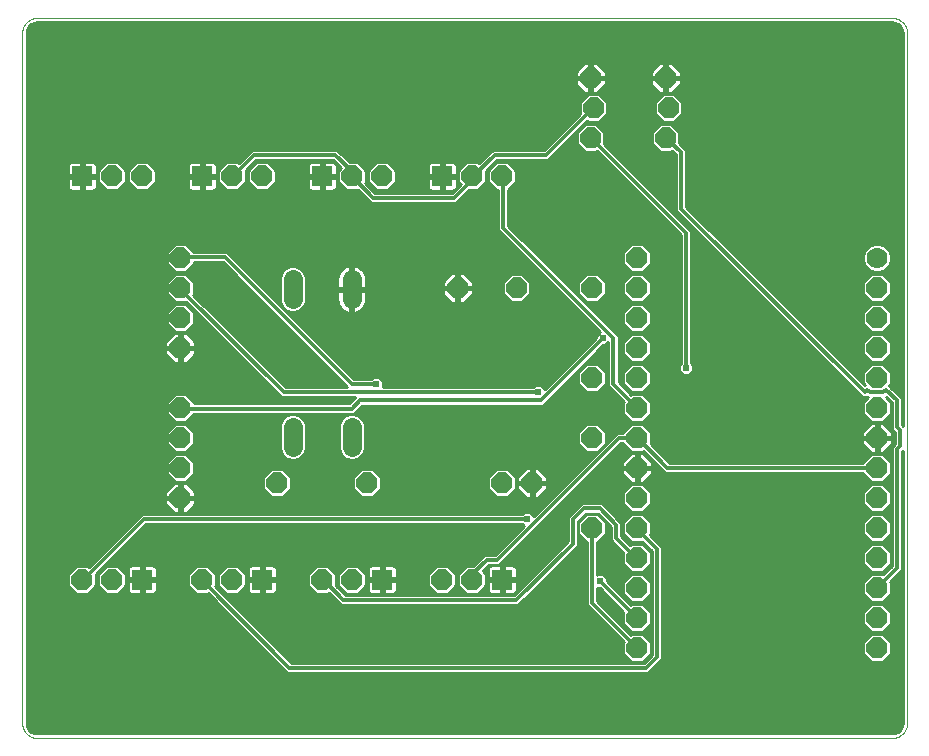
<source format=gbl>
G75*
%MOIN*%
%OFA0B0*%
%FSLAX25Y25*%
%IPPOS*%
%LPD*%
%AMOC8*
5,1,8,0,0,1.08239X$1,22.5*
%
%ADD10C,0.00000*%
%ADD11OC8,0.07000*%
%ADD12R,0.06600X0.06600*%
%ADD13C,0.07000*%
%ADD14C,0.06496*%
%ADD15C,0.01200*%
%ADD16C,0.02400*%
%ADD17C,0.01000*%
D10*
X0011500Y0006500D02*
X0296500Y0006500D01*
X0296640Y0006502D01*
X0296780Y0006508D01*
X0296920Y0006518D01*
X0297060Y0006531D01*
X0297199Y0006549D01*
X0297338Y0006571D01*
X0297475Y0006596D01*
X0297613Y0006625D01*
X0297749Y0006658D01*
X0297884Y0006695D01*
X0298018Y0006736D01*
X0298151Y0006781D01*
X0298283Y0006829D01*
X0298413Y0006881D01*
X0298542Y0006936D01*
X0298669Y0006995D01*
X0298795Y0007058D01*
X0298919Y0007124D01*
X0299040Y0007193D01*
X0299160Y0007266D01*
X0299278Y0007343D01*
X0299393Y0007422D01*
X0299507Y0007505D01*
X0299617Y0007591D01*
X0299726Y0007680D01*
X0299832Y0007772D01*
X0299935Y0007867D01*
X0300036Y0007964D01*
X0300133Y0008065D01*
X0300228Y0008168D01*
X0300320Y0008274D01*
X0300409Y0008383D01*
X0300495Y0008493D01*
X0300578Y0008607D01*
X0300657Y0008722D01*
X0300734Y0008840D01*
X0300807Y0008960D01*
X0300876Y0009081D01*
X0300942Y0009205D01*
X0301005Y0009331D01*
X0301064Y0009458D01*
X0301119Y0009587D01*
X0301171Y0009717D01*
X0301219Y0009849D01*
X0301264Y0009982D01*
X0301305Y0010116D01*
X0301342Y0010251D01*
X0301375Y0010387D01*
X0301404Y0010525D01*
X0301429Y0010662D01*
X0301451Y0010801D01*
X0301469Y0010940D01*
X0301482Y0011080D01*
X0301492Y0011220D01*
X0301498Y0011360D01*
X0301500Y0011500D01*
X0301500Y0241500D01*
X0301498Y0241640D01*
X0301492Y0241780D01*
X0301482Y0241920D01*
X0301469Y0242060D01*
X0301451Y0242199D01*
X0301429Y0242338D01*
X0301404Y0242475D01*
X0301375Y0242613D01*
X0301342Y0242749D01*
X0301305Y0242884D01*
X0301264Y0243018D01*
X0301219Y0243151D01*
X0301171Y0243283D01*
X0301119Y0243413D01*
X0301064Y0243542D01*
X0301005Y0243669D01*
X0300942Y0243795D01*
X0300876Y0243919D01*
X0300807Y0244040D01*
X0300734Y0244160D01*
X0300657Y0244278D01*
X0300578Y0244393D01*
X0300495Y0244507D01*
X0300409Y0244617D01*
X0300320Y0244726D01*
X0300228Y0244832D01*
X0300133Y0244935D01*
X0300036Y0245036D01*
X0299935Y0245133D01*
X0299832Y0245228D01*
X0299726Y0245320D01*
X0299617Y0245409D01*
X0299507Y0245495D01*
X0299393Y0245578D01*
X0299278Y0245657D01*
X0299160Y0245734D01*
X0299040Y0245807D01*
X0298919Y0245876D01*
X0298795Y0245942D01*
X0298669Y0246005D01*
X0298542Y0246064D01*
X0298413Y0246119D01*
X0298283Y0246171D01*
X0298151Y0246219D01*
X0298018Y0246264D01*
X0297884Y0246305D01*
X0297749Y0246342D01*
X0297613Y0246375D01*
X0297475Y0246404D01*
X0297338Y0246429D01*
X0297199Y0246451D01*
X0297060Y0246469D01*
X0296920Y0246482D01*
X0296780Y0246492D01*
X0296640Y0246498D01*
X0296500Y0246500D01*
X0011500Y0246500D01*
X0011360Y0246498D01*
X0011220Y0246492D01*
X0011080Y0246482D01*
X0010940Y0246469D01*
X0010801Y0246451D01*
X0010662Y0246429D01*
X0010525Y0246404D01*
X0010387Y0246375D01*
X0010251Y0246342D01*
X0010116Y0246305D01*
X0009982Y0246264D01*
X0009849Y0246219D01*
X0009717Y0246171D01*
X0009587Y0246119D01*
X0009458Y0246064D01*
X0009331Y0246005D01*
X0009205Y0245942D01*
X0009081Y0245876D01*
X0008960Y0245807D01*
X0008840Y0245734D01*
X0008722Y0245657D01*
X0008607Y0245578D01*
X0008493Y0245495D01*
X0008383Y0245409D01*
X0008274Y0245320D01*
X0008168Y0245228D01*
X0008065Y0245133D01*
X0007964Y0245036D01*
X0007867Y0244935D01*
X0007772Y0244832D01*
X0007680Y0244726D01*
X0007591Y0244617D01*
X0007505Y0244507D01*
X0007422Y0244393D01*
X0007343Y0244278D01*
X0007266Y0244160D01*
X0007193Y0244040D01*
X0007124Y0243919D01*
X0007058Y0243795D01*
X0006995Y0243669D01*
X0006936Y0243542D01*
X0006881Y0243413D01*
X0006829Y0243283D01*
X0006781Y0243151D01*
X0006736Y0243018D01*
X0006695Y0242884D01*
X0006658Y0242749D01*
X0006625Y0242613D01*
X0006596Y0242475D01*
X0006571Y0242338D01*
X0006549Y0242199D01*
X0006531Y0242060D01*
X0006518Y0241920D01*
X0006508Y0241780D01*
X0006502Y0241640D01*
X0006500Y0241500D01*
X0006500Y0011500D01*
X0006502Y0011360D01*
X0006508Y0011220D01*
X0006518Y0011080D01*
X0006531Y0010940D01*
X0006549Y0010801D01*
X0006571Y0010662D01*
X0006596Y0010525D01*
X0006625Y0010387D01*
X0006658Y0010251D01*
X0006695Y0010116D01*
X0006736Y0009982D01*
X0006781Y0009849D01*
X0006829Y0009717D01*
X0006881Y0009587D01*
X0006936Y0009458D01*
X0006995Y0009331D01*
X0007058Y0009205D01*
X0007124Y0009081D01*
X0007193Y0008960D01*
X0007266Y0008840D01*
X0007343Y0008722D01*
X0007422Y0008607D01*
X0007505Y0008493D01*
X0007591Y0008383D01*
X0007680Y0008274D01*
X0007772Y0008168D01*
X0007867Y0008065D01*
X0007964Y0007964D01*
X0008065Y0007867D01*
X0008168Y0007772D01*
X0008274Y0007680D01*
X0008383Y0007591D01*
X0008493Y0007505D01*
X0008607Y0007422D01*
X0008722Y0007343D01*
X0008840Y0007266D01*
X0008960Y0007193D01*
X0009081Y0007124D01*
X0009205Y0007058D01*
X0009331Y0006995D01*
X0009458Y0006936D01*
X0009587Y0006881D01*
X0009717Y0006829D01*
X0009849Y0006781D01*
X0009982Y0006736D01*
X0010116Y0006695D01*
X0010251Y0006658D01*
X0010387Y0006625D01*
X0010525Y0006596D01*
X0010662Y0006571D01*
X0010801Y0006549D01*
X0010940Y0006531D01*
X0011080Y0006518D01*
X0011220Y0006508D01*
X0011360Y0006502D01*
X0011500Y0006500D01*
D11*
X0026500Y0059256D03*
X0036500Y0059256D03*
X0066500Y0059256D03*
X0076500Y0059256D03*
X0106500Y0059256D03*
X0116500Y0059256D03*
X0146500Y0059256D03*
X0156500Y0059256D03*
X0166500Y0091500D03*
X0176500Y0091500D03*
X0196500Y0076500D03*
X0211500Y0076500D03*
X0211500Y0066500D03*
X0211500Y0056500D03*
X0211500Y0046500D03*
X0211500Y0036500D03*
X0211500Y0086500D03*
X0211500Y0096500D03*
X0211500Y0106500D03*
X0211500Y0116500D03*
X0211500Y0126500D03*
X0211500Y0136500D03*
X0211500Y0146500D03*
X0211500Y0156500D03*
X0211500Y0166500D03*
X0196500Y0156500D03*
X0171343Y0156500D03*
X0151657Y0156500D03*
X0196500Y0126500D03*
X0196500Y0106500D03*
X0121500Y0091500D03*
X0091500Y0091500D03*
X0059256Y0086500D03*
X0059256Y0096500D03*
X0059256Y0106500D03*
X0059256Y0116500D03*
X0059256Y0136500D03*
X0059256Y0146500D03*
X0059256Y0156500D03*
X0059256Y0166500D03*
X0046500Y0193744D03*
X0036500Y0193744D03*
X0076500Y0193744D03*
X0086500Y0193744D03*
X0116500Y0193744D03*
X0126500Y0193744D03*
X0156500Y0193744D03*
X0166500Y0193744D03*
X0196000Y0206500D03*
X0197000Y0216500D03*
X0196000Y0226500D03*
X0221000Y0226500D03*
X0222000Y0216500D03*
X0221000Y0206500D03*
X0291500Y0156500D03*
X0291500Y0146500D03*
X0291500Y0136500D03*
X0291500Y0126500D03*
X0291500Y0116500D03*
X0291500Y0106500D03*
X0291500Y0096500D03*
X0291500Y0086500D03*
X0291500Y0076500D03*
X0291500Y0066500D03*
X0291500Y0056500D03*
X0291500Y0046500D03*
X0291500Y0036500D03*
D12*
X0166500Y0059256D03*
X0126500Y0059256D03*
X0086500Y0059256D03*
X0046500Y0059256D03*
X0026500Y0193744D03*
X0066500Y0193744D03*
X0106500Y0193744D03*
X0146500Y0193744D03*
D13*
X0291500Y0166500D03*
D14*
X0116343Y0159354D02*
X0116343Y0152858D01*
X0096657Y0152858D02*
X0096657Y0159354D01*
X0096657Y0110142D02*
X0096657Y0103646D01*
X0116343Y0103646D02*
X0116343Y0110142D01*
D15*
X0116300Y0116300D02*
X0119000Y0119000D01*
X0179300Y0119000D01*
X0200000Y0139700D01*
X0203600Y0139700D02*
X0166700Y0176600D01*
X0166700Y0193700D01*
X0166500Y0193744D01*
X0164000Y0200900D02*
X0156800Y0193700D01*
X0156500Y0193744D01*
X0155900Y0193700D01*
X0155900Y0191900D01*
X0150500Y0186500D01*
X0123500Y0186500D01*
X0116300Y0193700D01*
X0116500Y0193744D01*
X0116300Y0194600D01*
X0116300Y0195500D01*
X0110900Y0200900D01*
X0083900Y0200900D01*
X0076700Y0193700D01*
X0076500Y0193744D01*
X0074000Y0166700D02*
X0059600Y0166700D01*
X0059256Y0166500D01*
X0059256Y0156500D02*
X0059600Y0155900D01*
X0093800Y0121700D01*
X0178400Y0121700D01*
X0203600Y0124400D02*
X0203600Y0139700D01*
X0203600Y0124400D02*
X0211500Y0116500D01*
X0211500Y0106500D02*
X0211700Y0106400D01*
X0221600Y0096500D01*
X0291500Y0096500D01*
X0298100Y0102800D02*
X0299000Y0103700D01*
X0299000Y0109100D01*
X0298100Y0110000D01*
X0298100Y0119000D01*
X0294500Y0122600D01*
X0293600Y0121700D01*
X0289100Y0121700D01*
X0288200Y0122600D01*
X0287300Y0121700D01*
X0226100Y0182900D01*
X0226100Y0201800D01*
X0221600Y0206300D01*
X0221000Y0206500D01*
X0196400Y0206300D02*
X0196000Y0206500D01*
X0196400Y0206300D02*
X0227900Y0174800D01*
X0227900Y0129800D01*
X0211500Y0106500D02*
X0210800Y0106400D01*
X0205400Y0106400D01*
X0164900Y0065900D01*
X0161300Y0065900D01*
X0156800Y0061400D01*
X0156800Y0059600D01*
X0156500Y0059256D01*
X0171200Y0052400D02*
X0190100Y0071300D01*
X0190100Y0079400D01*
X0193700Y0083000D01*
X0199100Y0083000D01*
X0204500Y0077600D01*
X0204500Y0073100D01*
X0210800Y0066800D01*
X0211500Y0066500D01*
X0218000Y0069500D02*
X0211700Y0075800D01*
X0211500Y0076500D01*
X0218000Y0069500D02*
X0218000Y0033500D01*
X0214400Y0029900D01*
X0095600Y0029900D01*
X0066800Y0058700D01*
X0066500Y0059256D01*
X0047000Y0079400D02*
X0174800Y0079400D01*
X0196500Y0076500D02*
X0196400Y0075800D01*
X0196400Y0051500D01*
X0210800Y0037100D01*
X0211500Y0036500D01*
X0211500Y0046500D02*
X0210800Y0047000D01*
X0199100Y0058700D01*
X0171200Y0052400D02*
X0113600Y0052400D01*
X0107300Y0058700D01*
X0106500Y0059256D01*
X0047000Y0079400D02*
X0027200Y0059600D01*
X0026500Y0059256D01*
X0059600Y0116300D02*
X0059256Y0116500D01*
X0059600Y0116300D02*
X0116300Y0116300D01*
X0116300Y0124400D02*
X0124400Y0124400D01*
X0116300Y0124400D02*
X0074000Y0166700D01*
X0164000Y0200900D02*
X0181100Y0200900D01*
X0196400Y0216200D01*
X0197000Y0216500D01*
X0298100Y0102800D02*
X0298100Y0063200D01*
X0291800Y0056900D01*
X0291500Y0056500D01*
D16*
X0227900Y0129800D03*
X0200000Y0139700D03*
X0178400Y0121700D03*
X0174800Y0079400D03*
X0199100Y0058700D03*
X0124400Y0124400D03*
D17*
X0008650Y0009496D02*
X0299350Y0009496D01*
X0299410Y0009555D02*
X0298444Y0008590D01*
X0297183Y0008067D01*
X0296500Y0008000D01*
X0011500Y0008000D01*
X0010817Y0008067D01*
X0009555Y0008590D01*
X0008590Y0009555D01*
X0008067Y0010817D01*
X0008000Y0011500D01*
X0008000Y0241500D01*
X0008067Y0242183D01*
X0008590Y0243444D01*
X0009555Y0244410D01*
X0010817Y0244933D01*
X0011500Y0245000D01*
X0296500Y0245000D01*
X0297183Y0244933D01*
X0298444Y0244410D01*
X0299410Y0243444D01*
X0299933Y0242183D01*
X0300000Y0241500D01*
X0300000Y0110504D01*
X0299800Y0110704D01*
X0299800Y0119704D01*
X0296200Y0123304D01*
X0295505Y0123999D01*
X0296100Y0124595D01*
X0296100Y0128405D01*
X0293405Y0131100D01*
X0289595Y0131100D01*
X0286900Y0128405D01*
X0286900Y0124595D01*
X0287345Y0124149D01*
X0287300Y0124104D01*
X0227800Y0183604D01*
X0227800Y0202504D01*
X0225600Y0204704D01*
X0225600Y0208405D01*
X0222905Y0211100D01*
X0219095Y0211100D01*
X0216400Y0208405D01*
X0216400Y0204595D01*
X0219095Y0201900D01*
X0222905Y0201900D01*
X0223251Y0202245D01*
X0224400Y0201096D01*
X0224400Y0182196D01*
X0225396Y0181200D01*
X0286596Y0120000D01*
X0288004Y0120000D01*
X0288200Y0120196D01*
X0288396Y0120000D01*
X0288495Y0120000D01*
X0286900Y0118405D01*
X0286900Y0114595D01*
X0289595Y0111900D01*
X0293405Y0111900D01*
X0296100Y0114595D01*
X0296100Y0118405D01*
X0294405Y0120101D01*
X0294500Y0120196D01*
X0296400Y0118296D01*
X0296400Y0109296D01*
X0297300Y0108396D01*
X0297300Y0104404D01*
X0296400Y0103504D01*
X0296400Y0063904D01*
X0293501Y0061005D01*
X0293405Y0061100D01*
X0289595Y0061100D01*
X0286900Y0058405D01*
X0286900Y0054595D01*
X0289595Y0051900D01*
X0293405Y0051900D01*
X0296100Y0054595D01*
X0296100Y0058405D01*
X0295905Y0058601D01*
X0298804Y0061500D01*
X0299800Y0062496D01*
X0299800Y0102096D01*
X0300000Y0102296D01*
X0300000Y0011500D01*
X0299933Y0010817D01*
X0299410Y0009555D01*
X0299799Y0010494D02*
X0008201Y0010494D01*
X0008001Y0011493D02*
X0299999Y0011493D01*
X0300000Y0012491D02*
X0008000Y0012491D01*
X0008000Y0013490D02*
X0300000Y0013490D01*
X0300000Y0014488D02*
X0008000Y0014488D01*
X0008000Y0015487D02*
X0300000Y0015487D01*
X0300000Y0016485D02*
X0008000Y0016485D01*
X0008000Y0017484D02*
X0300000Y0017484D01*
X0300000Y0018482D02*
X0008000Y0018482D01*
X0008000Y0019481D02*
X0300000Y0019481D01*
X0300000Y0020479D02*
X0008000Y0020479D01*
X0008000Y0021478D02*
X0300000Y0021478D01*
X0300000Y0022476D02*
X0008000Y0022476D01*
X0008000Y0023475D02*
X0300000Y0023475D01*
X0300000Y0024473D02*
X0008000Y0024473D01*
X0008000Y0025472D02*
X0300000Y0025472D01*
X0300000Y0026470D02*
X0008000Y0026470D01*
X0008000Y0027469D02*
X0300000Y0027469D01*
X0300000Y0028467D02*
X0215371Y0028467D01*
X0215104Y0028200D02*
X0218704Y0031800D01*
X0219700Y0032796D01*
X0219700Y0070204D01*
X0215705Y0074199D01*
X0216100Y0074595D01*
X0216100Y0078405D01*
X0213405Y0081100D01*
X0209595Y0081100D01*
X0206900Y0078405D01*
X0206900Y0074595D01*
X0209595Y0071900D01*
X0213196Y0071900D01*
X0216300Y0068796D01*
X0216300Y0034204D01*
X0213696Y0031600D01*
X0096304Y0031600D01*
X0070827Y0057077D01*
X0071100Y0057351D01*
X0071100Y0061161D01*
X0068405Y0063856D01*
X0064595Y0063856D01*
X0061900Y0061161D01*
X0061900Y0057351D01*
X0064595Y0054656D01*
X0068405Y0054656D01*
X0068423Y0054673D01*
X0093900Y0029196D01*
X0094896Y0028200D01*
X0215104Y0028200D01*
X0216370Y0029466D02*
X0300000Y0029466D01*
X0300000Y0030464D02*
X0217368Y0030464D01*
X0218367Y0031463D02*
X0300000Y0031463D01*
X0300000Y0032461D02*
X0293967Y0032461D01*
X0293405Y0031900D02*
X0296100Y0034595D01*
X0296100Y0038405D01*
X0293405Y0041100D01*
X0289595Y0041100D01*
X0286900Y0038405D01*
X0286900Y0034595D01*
X0289595Y0031900D01*
X0293405Y0031900D01*
X0294965Y0033460D02*
X0300000Y0033460D01*
X0300000Y0034458D02*
X0295964Y0034458D01*
X0296100Y0035457D02*
X0300000Y0035457D01*
X0300000Y0036455D02*
X0296100Y0036455D01*
X0296100Y0037454D02*
X0300000Y0037454D01*
X0300000Y0038452D02*
X0296053Y0038452D01*
X0295054Y0039451D02*
X0300000Y0039451D01*
X0300000Y0040449D02*
X0294056Y0040449D01*
X0293405Y0041900D02*
X0289595Y0041900D01*
X0286900Y0044595D01*
X0286900Y0048405D01*
X0289595Y0051100D01*
X0293405Y0051100D01*
X0296100Y0048405D01*
X0296100Y0044595D01*
X0293405Y0041900D01*
X0293952Y0042446D02*
X0300000Y0042446D01*
X0300000Y0041448D02*
X0219700Y0041448D01*
X0219700Y0042446D02*
X0289048Y0042446D01*
X0288050Y0043445D02*
X0219700Y0043445D01*
X0219700Y0044443D02*
X0287051Y0044443D01*
X0286900Y0045442D02*
X0219700Y0045442D01*
X0219700Y0046440D02*
X0286900Y0046440D01*
X0286900Y0047439D02*
X0219700Y0047439D01*
X0219700Y0048437D02*
X0286932Y0048437D01*
X0287931Y0049436D02*
X0219700Y0049436D01*
X0219700Y0050434D02*
X0288929Y0050434D01*
X0289063Y0052432D02*
X0219700Y0052432D01*
X0219700Y0053430D02*
X0288065Y0053430D01*
X0287066Y0054429D02*
X0219700Y0054429D01*
X0219700Y0055427D02*
X0286900Y0055427D01*
X0286900Y0056426D02*
X0219700Y0056426D01*
X0219700Y0057424D02*
X0286900Y0057424D01*
X0286917Y0058423D02*
X0219700Y0058423D01*
X0219700Y0059421D02*
X0287916Y0059421D01*
X0288914Y0060420D02*
X0219700Y0060420D01*
X0219700Y0061418D02*
X0293914Y0061418D01*
X0293405Y0061900D02*
X0296100Y0064595D01*
X0296100Y0068405D01*
X0293405Y0071100D01*
X0289595Y0071100D01*
X0286900Y0068405D01*
X0286900Y0064595D01*
X0289595Y0061900D01*
X0293405Y0061900D01*
X0293922Y0062417D02*
X0294912Y0062417D01*
X0294921Y0063415D02*
X0295911Y0063415D01*
X0295919Y0064414D02*
X0296400Y0064414D01*
X0296400Y0065412D02*
X0296100Y0065412D01*
X0296100Y0066411D02*
X0296400Y0066411D01*
X0296400Y0067409D02*
X0296100Y0067409D01*
X0296098Y0068408D02*
X0296400Y0068408D01*
X0296400Y0069406D02*
X0295099Y0069406D01*
X0294101Y0070405D02*
X0296400Y0070405D01*
X0296400Y0071403D02*
X0218501Y0071403D01*
X0219499Y0070405D02*
X0288899Y0070405D01*
X0287901Y0069406D02*
X0219700Y0069406D01*
X0219700Y0068408D02*
X0286902Y0068408D01*
X0286900Y0067409D02*
X0219700Y0067409D01*
X0219700Y0066411D02*
X0286900Y0066411D01*
X0286900Y0065412D02*
X0219700Y0065412D01*
X0219700Y0064414D02*
X0287081Y0064414D01*
X0288079Y0063415D02*
X0219700Y0063415D01*
X0219700Y0062417D02*
X0289078Y0062417D01*
X0296083Y0058423D02*
X0300000Y0058423D01*
X0300000Y0059421D02*
X0296725Y0059421D01*
X0297724Y0060420D02*
X0300000Y0060420D01*
X0300000Y0061418D02*
X0298722Y0061418D01*
X0299721Y0062417D02*
X0300000Y0062417D01*
X0300000Y0063415D02*
X0299800Y0063415D01*
X0299800Y0064414D02*
X0300000Y0064414D01*
X0300000Y0065412D02*
X0299800Y0065412D01*
X0299800Y0066411D02*
X0300000Y0066411D01*
X0300000Y0067409D02*
X0299800Y0067409D01*
X0299800Y0068408D02*
X0300000Y0068408D01*
X0300000Y0069406D02*
X0299800Y0069406D01*
X0299800Y0070405D02*
X0300000Y0070405D01*
X0300000Y0071403D02*
X0299800Y0071403D01*
X0299800Y0072402D02*
X0300000Y0072402D01*
X0300000Y0073400D02*
X0299800Y0073400D01*
X0299800Y0074399D02*
X0300000Y0074399D01*
X0300000Y0075397D02*
X0299800Y0075397D01*
X0299800Y0076396D02*
X0300000Y0076396D01*
X0300000Y0077394D02*
X0299800Y0077394D01*
X0299800Y0078393D02*
X0300000Y0078393D01*
X0300000Y0079391D02*
X0299800Y0079391D01*
X0299800Y0080390D02*
X0300000Y0080390D01*
X0300000Y0081388D02*
X0299800Y0081388D01*
X0299800Y0082387D02*
X0300000Y0082387D01*
X0300000Y0083385D02*
X0299800Y0083385D01*
X0299800Y0084384D02*
X0300000Y0084384D01*
X0300000Y0085382D02*
X0299800Y0085382D01*
X0299800Y0086381D02*
X0300000Y0086381D01*
X0300000Y0087379D02*
X0299800Y0087379D01*
X0299800Y0088378D02*
X0300000Y0088378D01*
X0300000Y0089376D02*
X0299800Y0089376D01*
X0299800Y0090375D02*
X0300000Y0090375D01*
X0300000Y0091373D02*
X0299800Y0091373D01*
X0299800Y0092372D02*
X0300000Y0092372D01*
X0300000Y0093370D02*
X0299800Y0093370D01*
X0299800Y0094369D02*
X0300000Y0094369D01*
X0300000Y0095368D02*
X0299800Y0095368D01*
X0299800Y0096366D02*
X0300000Y0096366D01*
X0300000Y0097365D02*
X0299800Y0097365D01*
X0299800Y0098363D02*
X0300000Y0098363D01*
X0300000Y0099362D02*
X0299800Y0099362D01*
X0299800Y0100360D02*
X0300000Y0100360D01*
X0300000Y0101359D02*
X0299800Y0101359D01*
X0296400Y0101359D02*
X0219146Y0101359D01*
X0220144Y0100360D02*
X0288855Y0100360D01*
X0289595Y0101100D02*
X0286900Y0098405D01*
X0286900Y0098200D01*
X0222304Y0098200D01*
X0216005Y0104499D01*
X0216100Y0104595D01*
X0216100Y0108405D01*
X0213405Y0111100D01*
X0209595Y0111100D01*
X0206900Y0108405D01*
X0206900Y0108100D01*
X0204696Y0108100D01*
X0177024Y0080428D01*
X0175753Y0081700D01*
X0173847Y0081700D01*
X0173247Y0081100D01*
X0046296Y0081100D01*
X0045300Y0080104D01*
X0028729Y0063533D01*
X0028405Y0063856D01*
X0024595Y0063856D01*
X0021900Y0061161D01*
X0021900Y0057351D01*
X0024595Y0054656D01*
X0028405Y0054656D01*
X0031100Y0057351D01*
X0031100Y0061096D01*
X0047704Y0077700D01*
X0173247Y0077700D01*
X0173772Y0077176D01*
X0164196Y0067600D01*
X0160596Y0067600D01*
X0156852Y0063856D01*
X0154595Y0063856D01*
X0151900Y0061161D01*
X0151900Y0057351D01*
X0154595Y0054656D01*
X0158405Y0054656D01*
X0161100Y0057351D01*
X0161100Y0061161D01*
X0160033Y0062229D01*
X0162004Y0064200D01*
X0165604Y0064200D01*
X0166600Y0065196D01*
X0206104Y0104700D01*
X0206900Y0104700D01*
X0206900Y0104595D01*
X0209595Y0101900D01*
X0213405Y0101900D01*
X0213601Y0102095D01*
X0220896Y0094800D01*
X0286900Y0094800D01*
X0286900Y0094595D01*
X0289595Y0091900D01*
X0293405Y0091900D01*
X0296100Y0094595D01*
X0296100Y0098405D01*
X0293405Y0101100D01*
X0289595Y0101100D01*
X0289429Y0101500D02*
X0291016Y0101500D01*
X0291016Y0106016D01*
X0291984Y0106016D01*
X0291984Y0101500D01*
X0293571Y0101500D01*
X0296500Y0104429D01*
X0296500Y0106016D01*
X0291984Y0106016D01*
X0291984Y0106984D01*
X0296500Y0106984D01*
X0296500Y0108571D01*
X0293571Y0111500D01*
X0291984Y0111500D01*
X0291984Y0106984D01*
X0291016Y0106984D01*
X0291016Y0106016D01*
X0286500Y0106016D01*
X0286500Y0104429D01*
X0289429Y0101500D01*
X0288572Y0102357D02*
X0218147Y0102357D01*
X0217149Y0103356D02*
X0287573Y0103356D01*
X0286575Y0104354D02*
X0216150Y0104354D01*
X0216100Y0105353D02*
X0286500Y0105353D01*
X0286500Y0106984D02*
X0291016Y0106984D01*
X0291016Y0111500D01*
X0289429Y0111500D01*
X0286500Y0108571D01*
X0286500Y0106984D01*
X0286500Y0107350D02*
X0216100Y0107350D01*
X0216100Y0108348D02*
X0286500Y0108348D01*
X0287276Y0109347D02*
X0215159Y0109347D01*
X0214160Y0110345D02*
X0288274Y0110345D01*
X0289273Y0111344D02*
X0120551Y0111344D01*
X0120691Y0111007D02*
X0120029Y0112605D01*
X0118805Y0113828D01*
X0117207Y0114490D01*
X0115478Y0114490D01*
X0113880Y0113828D01*
X0112656Y0112605D01*
X0111994Y0111007D01*
X0111994Y0102781D01*
X0112656Y0101183D01*
X0113880Y0099960D01*
X0115478Y0099298D01*
X0117207Y0099298D01*
X0118805Y0099960D01*
X0120029Y0101183D01*
X0120691Y0102781D01*
X0120691Y0111007D01*
X0120691Y0110345D02*
X0193840Y0110345D01*
X0194595Y0111100D02*
X0191900Y0108405D01*
X0191900Y0104595D01*
X0194595Y0101900D01*
X0198405Y0101900D01*
X0201100Y0104595D01*
X0201100Y0108405D01*
X0198405Y0111100D01*
X0194595Y0111100D01*
X0192841Y0109347D02*
X0120691Y0109347D01*
X0120691Y0108348D02*
X0191900Y0108348D01*
X0191900Y0107350D02*
X0120691Y0107350D01*
X0120691Y0106351D02*
X0191900Y0106351D01*
X0191900Y0105353D02*
X0120691Y0105353D01*
X0120691Y0104354D02*
X0192141Y0104354D01*
X0193139Y0103356D02*
X0120691Y0103356D01*
X0120515Y0102357D02*
X0194138Y0102357D01*
X0196956Y0100360D02*
X0119206Y0100360D01*
X0120101Y0101359D02*
X0197954Y0101359D01*
X0198862Y0102357D02*
X0198953Y0102357D01*
X0199861Y0103356D02*
X0199951Y0103356D01*
X0200859Y0104354D02*
X0200950Y0104354D01*
X0201100Y0105353D02*
X0201948Y0105353D01*
X0201100Y0106351D02*
X0202947Y0106351D01*
X0203945Y0107350D02*
X0201100Y0107350D01*
X0201100Y0108348D02*
X0206900Y0108348D01*
X0207841Y0109347D02*
X0200159Y0109347D01*
X0199160Y0110345D02*
X0208840Y0110345D01*
X0209595Y0111900D02*
X0213405Y0111900D01*
X0216100Y0114595D01*
X0216100Y0118405D01*
X0213405Y0121100D01*
X0209595Y0121100D01*
X0209449Y0120955D01*
X0205300Y0125104D01*
X0205300Y0140404D01*
X0168400Y0177304D01*
X0168400Y0189144D01*
X0168405Y0189144D01*
X0171100Y0191839D01*
X0171100Y0195649D01*
X0168405Y0198344D01*
X0164595Y0198344D01*
X0161900Y0195649D01*
X0161900Y0191839D01*
X0164595Y0189144D01*
X0165000Y0189144D01*
X0165000Y0175896D01*
X0165996Y0174900D01*
X0198972Y0141924D01*
X0197700Y0140653D01*
X0197700Y0139804D01*
X0180624Y0122728D01*
X0179353Y0124000D01*
X0177447Y0124000D01*
X0176847Y0123400D01*
X0126653Y0123400D01*
X0126700Y0123447D01*
X0126700Y0125353D01*
X0125353Y0126700D01*
X0123447Y0126700D01*
X0122847Y0126100D01*
X0117004Y0126100D01*
X0074704Y0168400D01*
X0063856Y0168400D01*
X0063856Y0168405D01*
X0061161Y0171100D01*
X0057351Y0171100D01*
X0054656Y0168405D01*
X0054656Y0164595D01*
X0057351Y0161900D01*
X0061161Y0161900D01*
X0063856Y0164595D01*
X0063856Y0165000D01*
X0073296Y0165000D01*
X0114600Y0123696D01*
X0114896Y0123400D01*
X0094504Y0123400D01*
X0063583Y0154321D01*
X0063856Y0154595D01*
X0063856Y0158405D01*
X0061161Y0161100D01*
X0057351Y0161100D01*
X0054656Y0158405D01*
X0054656Y0154595D01*
X0057351Y0151900D01*
X0061161Y0151900D01*
X0061179Y0151917D01*
X0092100Y0120996D01*
X0093096Y0120000D01*
X0117596Y0120000D01*
X0117300Y0119704D01*
X0115596Y0118000D01*
X0063856Y0118000D01*
X0063856Y0118405D01*
X0061161Y0121100D01*
X0057351Y0121100D01*
X0054656Y0118405D01*
X0054656Y0114595D01*
X0057351Y0111900D01*
X0061161Y0111900D01*
X0063856Y0114595D01*
X0063856Y0114600D01*
X0117004Y0114600D01*
X0119704Y0117300D01*
X0180004Y0117300D01*
X0181000Y0118296D01*
X0200104Y0137400D01*
X0200953Y0137400D01*
X0201900Y0138347D01*
X0201900Y0123696D01*
X0207045Y0118551D01*
X0206900Y0118405D01*
X0206900Y0114595D01*
X0209595Y0111900D01*
X0209152Y0112342D02*
X0120137Y0112342D01*
X0119293Y0113341D02*
X0208154Y0113341D01*
X0207155Y0114339D02*
X0117571Y0114339D01*
X0117742Y0115338D02*
X0206900Y0115338D01*
X0206900Y0116336D02*
X0118740Y0116336D01*
X0115929Y0118333D02*
X0063856Y0118333D01*
X0062929Y0119332D02*
X0116928Y0119332D01*
X0115114Y0114339D02*
X0097886Y0114339D01*
X0097522Y0114490D02*
X0095793Y0114490D01*
X0094195Y0113828D01*
X0092971Y0112605D01*
X0092309Y0111007D01*
X0092309Y0102781D01*
X0092971Y0101183D01*
X0094195Y0099960D01*
X0095793Y0099298D01*
X0097522Y0099298D01*
X0099120Y0099960D01*
X0100344Y0101183D01*
X0101005Y0102781D01*
X0101005Y0111007D01*
X0100344Y0112605D01*
X0099120Y0113828D01*
X0097522Y0114490D01*
X0095429Y0114339D02*
X0063601Y0114339D01*
X0062602Y0113341D02*
X0093707Y0113341D01*
X0092863Y0112342D02*
X0061603Y0112342D01*
X0061161Y0111100D02*
X0057351Y0111100D01*
X0054656Y0108405D01*
X0054656Y0104595D01*
X0057351Y0101900D01*
X0061161Y0101900D01*
X0063856Y0104595D01*
X0063856Y0108405D01*
X0061161Y0111100D01*
X0061916Y0110345D02*
X0092309Y0110345D01*
X0092309Y0109347D02*
X0062915Y0109347D01*
X0063856Y0108348D02*
X0092309Y0108348D01*
X0092309Y0107350D02*
X0063856Y0107350D01*
X0063856Y0106351D02*
X0092309Y0106351D01*
X0092309Y0105353D02*
X0063856Y0105353D01*
X0063615Y0104354D02*
X0092309Y0104354D01*
X0092309Y0103356D02*
X0062617Y0103356D01*
X0061618Y0102357D02*
X0092485Y0102357D01*
X0092899Y0101359D02*
X0008000Y0101359D01*
X0008000Y0102357D02*
X0056893Y0102357D01*
X0057351Y0101100D02*
X0054656Y0098405D01*
X0054656Y0094595D01*
X0057351Y0091900D01*
X0061161Y0091900D01*
X0063856Y0094595D01*
X0063856Y0098405D01*
X0061161Y0101100D01*
X0057351Y0101100D01*
X0056611Y0100360D02*
X0008000Y0100360D01*
X0008000Y0099362D02*
X0055612Y0099362D01*
X0054656Y0098363D02*
X0008000Y0098363D01*
X0008000Y0097365D02*
X0054656Y0097365D01*
X0054656Y0096366D02*
X0008000Y0096366D01*
X0008000Y0095368D02*
X0054656Y0095368D01*
X0054882Y0094369D02*
X0008000Y0094369D01*
X0008000Y0093370D02*
X0055880Y0093370D01*
X0056879Y0092372D02*
X0008000Y0092372D01*
X0008000Y0091373D02*
X0057058Y0091373D01*
X0057185Y0091500D02*
X0054256Y0088571D01*
X0054256Y0086984D01*
X0058772Y0086984D01*
X0058772Y0091500D01*
X0057185Y0091500D01*
X0056060Y0090375D02*
X0008000Y0090375D01*
X0008000Y0089376D02*
X0055061Y0089376D01*
X0054256Y0088378D02*
X0008000Y0088378D01*
X0008000Y0087379D02*
X0054256Y0087379D01*
X0054256Y0086016D02*
X0054256Y0084429D01*
X0057185Y0081500D01*
X0058772Y0081500D01*
X0058772Y0086016D01*
X0059740Y0086016D01*
X0059740Y0086984D01*
X0064256Y0086984D01*
X0064256Y0088571D01*
X0061327Y0091500D01*
X0059740Y0091500D01*
X0059740Y0086984D01*
X0058772Y0086984D01*
X0058772Y0086016D01*
X0054256Y0086016D01*
X0054256Y0085382D02*
X0008000Y0085382D01*
X0008000Y0084384D02*
X0054301Y0084384D01*
X0055299Y0083385D02*
X0008000Y0083385D01*
X0008000Y0082387D02*
X0056298Y0082387D01*
X0058772Y0082387D02*
X0059740Y0082387D01*
X0059740Y0081500D02*
X0061327Y0081500D01*
X0064256Y0084429D01*
X0064256Y0086016D01*
X0059740Y0086016D01*
X0059740Y0081500D01*
X0059740Y0083385D02*
X0058772Y0083385D01*
X0058772Y0084384D02*
X0059740Y0084384D01*
X0059740Y0085382D02*
X0058772Y0085382D01*
X0058772Y0086381D02*
X0008000Y0086381D01*
X0008000Y0081388D02*
X0173536Y0081388D01*
X0176064Y0081388D02*
X0177984Y0081388D01*
X0178983Y0082387D02*
X0062214Y0082387D01*
X0063212Y0083385D02*
X0179981Y0083385D01*
X0180980Y0084384D02*
X0064211Y0084384D01*
X0064256Y0085382D02*
X0181978Y0085382D01*
X0182977Y0086381D02*
X0059740Y0086381D01*
X0059740Y0087379D02*
X0058772Y0087379D01*
X0058772Y0088378D02*
X0059740Y0088378D01*
X0059740Y0089376D02*
X0058772Y0089376D01*
X0058772Y0090375D02*
X0059740Y0090375D01*
X0059740Y0091373D02*
X0058772Y0091373D01*
X0061453Y0091373D02*
X0086900Y0091373D01*
X0086900Y0090375D02*
X0062452Y0090375D01*
X0063451Y0089376D02*
X0087118Y0089376D01*
X0086900Y0089595D02*
X0089595Y0086900D01*
X0093405Y0086900D01*
X0096100Y0089595D01*
X0096100Y0093405D01*
X0093405Y0096100D01*
X0089595Y0096100D01*
X0086900Y0093405D01*
X0086900Y0089595D01*
X0088117Y0088378D02*
X0064256Y0088378D01*
X0064256Y0087379D02*
X0089115Y0087379D01*
X0093885Y0087379D02*
X0119115Y0087379D01*
X0119595Y0086900D02*
X0123405Y0086900D01*
X0126100Y0089595D01*
X0126100Y0093405D01*
X0123405Y0096100D01*
X0119595Y0096100D01*
X0116900Y0093405D01*
X0116900Y0089595D01*
X0119595Y0086900D01*
X0118117Y0088378D02*
X0094883Y0088378D01*
X0095882Y0089376D02*
X0117118Y0089376D01*
X0116900Y0090375D02*
X0096100Y0090375D01*
X0096100Y0091373D02*
X0116900Y0091373D01*
X0116900Y0092372D02*
X0096100Y0092372D01*
X0096100Y0093370D02*
X0116900Y0093370D01*
X0117864Y0094369D02*
X0095136Y0094369D01*
X0094138Y0095368D02*
X0118862Y0095368D01*
X0117362Y0099362D02*
X0195957Y0099362D01*
X0194959Y0098363D02*
X0063856Y0098363D01*
X0063856Y0097365D02*
X0193960Y0097365D01*
X0192962Y0096366D02*
X0178705Y0096366D01*
X0178571Y0096500D02*
X0176984Y0096500D01*
X0176984Y0091984D01*
X0181500Y0091984D01*
X0181500Y0093571D01*
X0178571Y0096500D01*
X0176984Y0096366D02*
X0176016Y0096366D01*
X0176016Y0096500D02*
X0174429Y0096500D01*
X0171500Y0093571D01*
X0171500Y0091984D01*
X0176016Y0091984D01*
X0176016Y0091016D01*
X0176984Y0091016D01*
X0176984Y0086500D01*
X0178571Y0086500D01*
X0181500Y0089429D01*
X0181500Y0091016D01*
X0176984Y0091016D01*
X0176984Y0091984D01*
X0176016Y0091984D01*
X0176016Y0096500D01*
X0176016Y0095368D02*
X0176984Y0095368D01*
X0176984Y0094369D02*
X0176016Y0094369D01*
X0176016Y0093370D02*
X0176984Y0093370D01*
X0176984Y0092372D02*
X0176016Y0092372D01*
X0176016Y0091373D02*
X0171100Y0091373D01*
X0171500Y0091016D02*
X0171500Y0089429D01*
X0174429Y0086500D01*
X0176016Y0086500D01*
X0176016Y0091016D01*
X0171500Y0091016D01*
X0171500Y0090375D02*
X0171100Y0090375D01*
X0171100Y0089595D02*
X0168405Y0086900D01*
X0164595Y0086900D01*
X0161900Y0089595D01*
X0161900Y0093405D01*
X0164595Y0096100D01*
X0168405Y0096100D01*
X0171100Y0093405D01*
X0171100Y0089595D01*
X0170882Y0089376D02*
X0171552Y0089376D01*
X0172551Y0088378D02*
X0169883Y0088378D01*
X0168885Y0087379D02*
X0173550Y0087379D01*
X0176016Y0087379D02*
X0176984Y0087379D01*
X0176984Y0088378D02*
X0176016Y0088378D01*
X0176016Y0089376D02*
X0176984Y0089376D01*
X0176984Y0090375D02*
X0176016Y0090375D01*
X0176984Y0091373D02*
X0187969Y0091373D01*
X0186971Y0090375D02*
X0181500Y0090375D01*
X0181447Y0089376D02*
X0185972Y0089376D01*
X0184974Y0088378D02*
X0180449Y0088378D01*
X0179450Y0087379D02*
X0183975Y0087379D01*
X0186787Y0085382D02*
X0206900Y0085382D01*
X0206900Y0084595D02*
X0209595Y0081900D01*
X0213405Y0081900D01*
X0216100Y0084595D01*
X0216100Y0088405D01*
X0213405Y0091100D01*
X0209595Y0091100D01*
X0206900Y0088405D01*
X0206900Y0084595D01*
X0207111Y0084384D02*
X0200120Y0084384D01*
X0199804Y0084700D02*
X0192996Y0084700D01*
X0192000Y0083704D01*
X0188400Y0080104D01*
X0188400Y0072004D01*
X0170496Y0054100D01*
X0114304Y0054100D01*
X0111077Y0057327D01*
X0111100Y0057351D01*
X0111100Y0061161D01*
X0108405Y0063856D01*
X0104595Y0063856D01*
X0101900Y0061161D01*
X0101900Y0057351D01*
X0104595Y0054656D01*
X0108405Y0054656D01*
X0108673Y0054923D01*
X0111900Y0051696D01*
X0112896Y0050700D01*
X0171904Y0050700D01*
X0190804Y0069600D01*
X0191800Y0070596D01*
X0191800Y0078696D01*
X0194404Y0081300D01*
X0198396Y0081300D01*
X0202800Y0076896D01*
X0202800Y0072396D01*
X0206900Y0068296D01*
X0206900Y0064595D01*
X0209595Y0061900D01*
X0213405Y0061900D01*
X0216100Y0064595D01*
X0216100Y0068405D01*
X0213405Y0071100D01*
X0209595Y0071100D01*
X0209249Y0070755D01*
X0206200Y0073804D01*
X0206200Y0078304D01*
X0205204Y0079300D01*
X0199804Y0084700D01*
X0201119Y0083385D02*
X0208109Y0083385D01*
X0209108Y0082387D02*
X0202117Y0082387D01*
X0203116Y0081388D02*
X0296400Y0081388D01*
X0296400Y0080390D02*
X0294116Y0080390D01*
X0293405Y0081100D02*
X0289595Y0081100D01*
X0286900Y0078405D01*
X0286900Y0074595D01*
X0289595Y0071900D01*
X0293405Y0071900D01*
X0296100Y0074595D01*
X0296100Y0078405D01*
X0293405Y0081100D01*
X0293405Y0081900D02*
X0296100Y0084595D01*
X0296100Y0088405D01*
X0293405Y0091100D01*
X0289595Y0091100D01*
X0286900Y0088405D01*
X0286900Y0084595D01*
X0289595Y0081900D01*
X0293405Y0081900D01*
X0293892Y0082387D02*
X0296400Y0082387D01*
X0296400Y0083385D02*
X0294891Y0083385D01*
X0295889Y0084384D02*
X0296400Y0084384D01*
X0296400Y0085382D02*
X0296100Y0085382D01*
X0296100Y0086381D02*
X0296400Y0086381D01*
X0296400Y0087379D02*
X0296100Y0087379D01*
X0296100Y0088378D02*
X0296400Y0088378D01*
X0296400Y0089376D02*
X0295129Y0089376D01*
X0294130Y0090375D02*
X0296400Y0090375D01*
X0296400Y0091373D02*
X0192778Y0091373D01*
X0191779Y0090375D02*
X0208870Y0090375D01*
X0209429Y0091500D02*
X0211016Y0091500D01*
X0211016Y0096016D01*
X0211984Y0096016D01*
X0211984Y0091500D01*
X0213571Y0091500D01*
X0216500Y0094429D01*
X0216500Y0096016D01*
X0211984Y0096016D01*
X0211984Y0096984D01*
X0216500Y0096984D01*
X0216500Y0098571D01*
X0213571Y0101500D01*
X0211984Y0101500D01*
X0211984Y0096984D01*
X0211016Y0096984D01*
X0211016Y0096016D01*
X0206500Y0096016D01*
X0206500Y0094429D01*
X0209429Y0091500D01*
X0208557Y0092372D02*
X0193776Y0092372D01*
X0194775Y0093370D02*
X0207558Y0093370D01*
X0206560Y0094369D02*
X0195773Y0094369D01*
X0196772Y0095368D02*
X0206500Y0095368D01*
X0206500Y0096984D02*
X0211016Y0096984D01*
X0211016Y0101500D01*
X0209429Y0101500D01*
X0206500Y0098571D01*
X0206500Y0096984D01*
X0206500Y0097365D02*
X0198769Y0097365D01*
X0199767Y0098363D02*
X0206500Y0098363D01*
X0207291Y0099362D02*
X0200766Y0099362D01*
X0201764Y0100360D02*
X0208289Y0100360D01*
X0209288Y0101359D02*
X0202763Y0101359D01*
X0203761Y0102357D02*
X0209138Y0102357D01*
X0208139Y0103356D02*
X0204760Y0103356D01*
X0205758Y0104354D02*
X0207141Y0104354D01*
X0211016Y0101359D02*
X0211984Y0101359D01*
X0211984Y0100360D02*
X0211016Y0100360D01*
X0211016Y0099362D02*
X0211984Y0099362D01*
X0211984Y0098363D02*
X0211016Y0098363D01*
X0211016Y0097365D02*
X0211984Y0097365D01*
X0211984Y0096366D02*
X0219330Y0096366D01*
X0220328Y0095368D02*
X0216500Y0095368D01*
X0216440Y0094369D02*
X0287126Y0094369D01*
X0288124Y0093370D02*
X0215442Y0093370D01*
X0214443Y0092372D02*
X0289123Y0092372D01*
X0288870Y0090375D02*
X0214130Y0090375D01*
X0215129Y0089376D02*
X0287871Y0089376D01*
X0286900Y0088378D02*
X0216100Y0088378D01*
X0216100Y0087379D02*
X0286900Y0087379D01*
X0286900Y0086381D02*
X0216100Y0086381D01*
X0216100Y0085382D02*
X0286900Y0085382D01*
X0287111Y0084384D02*
X0215889Y0084384D01*
X0214891Y0083385D02*
X0288109Y0083385D01*
X0289108Y0082387D02*
X0213892Y0082387D01*
X0214116Y0080390D02*
X0288884Y0080390D01*
X0287886Y0079391D02*
X0215114Y0079391D01*
X0216100Y0078393D02*
X0286900Y0078393D01*
X0286900Y0077394D02*
X0216100Y0077394D01*
X0216100Y0076396D02*
X0286900Y0076396D01*
X0286900Y0075397D02*
X0216100Y0075397D01*
X0215904Y0074399D02*
X0287096Y0074399D01*
X0288094Y0073400D02*
X0216504Y0073400D01*
X0217502Y0072402D02*
X0289093Y0072402D01*
X0293907Y0072402D02*
X0296400Y0072402D01*
X0296400Y0073400D02*
X0294906Y0073400D01*
X0295904Y0074399D02*
X0296400Y0074399D01*
X0296400Y0075397D02*
X0296100Y0075397D01*
X0296100Y0076396D02*
X0296400Y0076396D01*
X0296400Y0077394D02*
X0296100Y0077394D01*
X0296100Y0078393D02*
X0296400Y0078393D01*
X0296400Y0079391D02*
X0295114Y0079391D01*
X0293877Y0092372D02*
X0296400Y0092372D01*
X0296400Y0093370D02*
X0294876Y0093370D01*
X0295874Y0094369D02*
X0296400Y0094369D01*
X0296400Y0095368D02*
X0296100Y0095368D01*
X0296100Y0096366D02*
X0296400Y0096366D01*
X0296400Y0097365D02*
X0296100Y0097365D01*
X0296100Y0098363D02*
X0296400Y0098363D01*
X0296400Y0099362D02*
X0295144Y0099362D01*
X0294145Y0100360D02*
X0296400Y0100360D01*
X0296400Y0102357D02*
X0294428Y0102357D01*
X0295427Y0103356D02*
X0296400Y0103356D01*
X0296425Y0104354D02*
X0297250Y0104354D01*
X0297300Y0105353D02*
X0296500Y0105353D01*
X0297300Y0106351D02*
X0291984Y0106351D01*
X0291016Y0106351D02*
X0216100Y0106351D01*
X0214337Y0101359D02*
X0213712Y0101359D01*
X0214711Y0100360D02*
X0215336Y0100360D01*
X0215709Y0099362D02*
X0216334Y0099362D01*
X0216500Y0098363D02*
X0217333Y0098363D01*
X0216500Y0097365D02*
X0218331Y0097365D01*
X0221143Y0099362D02*
X0287856Y0099362D01*
X0286900Y0098363D02*
X0222141Y0098363D01*
X0211984Y0095368D02*
X0211016Y0095368D01*
X0211016Y0096366D02*
X0197770Y0096366D01*
X0191963Y0095368D02*
X0179704Y0095368D01*
X0180702Y0094369D02*
X0190965Y0094369D01*
X0189966Y0093370D02*
X0181500Y0093370D01*
X0181500Y0092372D02*
X0188968Y0092372D01*
X0190781Y0089376D02*
X0207871Y0089376D01*
X0206900Y0088378D02*
X0189782Y0088378D01*
X0188784Y0087379D02*
X0206900Y0087379D01*
X0206900Y0086381D02*
X0187785Y0086381D01*
X0185788Y0084384D02*
X0192680Y0084384D01*
X0191681Y0083385D02*
X0184790Y0083385D01*
X0183791Y0082387D02*
X0190683Y0082387D01*
X0189684Y0081388D02*
X0182793Y0081388D01*
X0181794Y0080390D02*
X0188686Y0080390D01*
X0188400Y0079391D02*
X0180795Y0079391D01*
X0179797Y0078393D02*
X0188400Y0078393D01*
X0188400Y0077394D02*
X0178798Y0077394D01*
X0177800Y0076396D02*
X0188400Y0076396D01*
X0188400Y0075397D02*
X0176801Y0075397D01*
X0175803Y0074399D02*
X0188400Y0074399D01*
X0188400Y0073400D02*
X0174804Y0073400D01*
X0173806Y0072402D02*
X0188400Y0072402D01*
X0187799Y0071403D02*
X0172807Y0071403D01*
X0171809Y0070405D02*
X0186801Y0070405D01*
X0185802Y0069406D02*
X0170810Y0069406D01*
X0169812Y0068408D02*
X0184804Y0068408D01*
X0183805Y0067409D02*
X0168813Y0067409D01*
X0167815Y0066411D02*
X0182807Y0066411D01*
X0181808Y0065412D02*
X0166816Y0065412D01*
X0166984Y0064056D02*
X0166984Y0059740D01*
X0166016Y0059740D01*
X0166016Y0064056D01*
X0163003Y0064056D01*
X0162621Y0063954D01*
X0162279Y0063756D01*
X0162000Y0063477D01*
X0161802Y0063135D01*
X0161700Y0062753D01*
X0161700Y0059740D01*
X0166016Y0059740D01*
X0166016Y0058772D01*
X0161700Y0058772D01*
X0161700Y0055758D01*
X0161802Y0055377D01*
X0162000Y0055035D01*
X0162279Y0054756D01*
X0162621Y0054558D01*
X0163003Y0054456D01*
X0166016Y0054456D01*
X0166016Y0058772D01*
X0166984Y0058772D01*
X0166984Y0059740D01*
X0171300Y0059740D01*
X0171300Y0062753D01*
X0171198Y0063135D01*
X0171000Y0063477D01*
X0170721Y0063756D01*
X0170379Y0063954D01*
X0169997Y0064056D01*
X0166984Y0064056D01*
X0166984Y0063415D02*
X0166016Y0063415D01*
X0166016Y0062417D02*
X0166984Y0062417D01*
X0166984Y0061418D02*
X0166016Y0061418D01*
X0166016Y0060420D02*
X0166984Y0060420D01*
X0166984Y0059421D02*
X0175817Y0059421D01*
X0174818Y0058423D02*
X0171300Y0058423D01*
X0171300Y0058772D02*
X0166984Y0058772D01*
X0166984Y0054456D01*
X0169997Y0054456D01*
X0170379Y0054558D01*
X0170721Y0054756D01*
X0171000Y0055035D01*
X0171198Y0055377D01*
X0171300Y0055758D01*
X0171300Y0058772D01*
X0171300Y0057424D02*
X0173820Y0057424D01*
X0172821Y0056426D02*
X0171300Y0056426D01*
X0171211Y0055427D02*
X0171823Y0055427D01*
X0170824Y0054429D02*
X0113976Y0054429D01*
X0114595Y0054656D02*
X0118405Y0054656D01*
X0121100Y0057351D01*
X0121100Y0061161D01*
X0118405Y0063856D01*
X0114595Y0063856D01*
X0111900Y0061161D01*
X0111900Y0057351D01*
X0114595Y0054656D01*
X0113823Y0055427D02*
X0112977Y0055427D01*
X0112825Y0056426D02*
X0111979Y0056426D01*
X0111900Y0057424D02*
X0111100Y0057424D01*
X0111100Y0058423D02*
X0111900Y0058423D01*
X0111900Y0059421D02*
X0111100Y0059421D01*
X0111100Y0060420D02*
X0111900Y0060420D01*
X0112157Y0061418D02*
X0110843Y0061418D01*
X0109845Y0062417D02*
X0113155Y0062417D01*
X0114154Y0063415D02*
X0108846Y0063415D01*
X0104154Y0063415D02*
X0091036Y0063415D01*
X0091000Y0063477D02*
X0090721Y0063756D01*
X0090379Y0063954D01*
X0089997Y0064056D01*
X0086984Y0064056D01*
X0086984Y0059740D01*
X0086016Y0059740D01*
X0086016Y0064056D01*
X0083003Y0064056D01*
X0082621Y0063954D01*
X0082279Y0063756D01*
X0082000Y0063477D01*
X0081802Y0063135D01*
X0081700Y0062753D01*
X0081700Y0059740D01*
X0086016Y0059740D01*
X0086016Y0058772D01*
X0081700Y0058772D01*
X0081700Y0055758D01*
X0081802Y0055377D01*
X0082000Y0055035D01*
X0082279Y0054756D01*
X0082621Y0054558D01*
X0083003Y0054456D01*
X0086016Y0054456D01*
X0086016Y0058772D01*
X0086984Y0058772D01*
X0086984Y0059740D01*
X0091300Y0059740D01*
X0091300Y0062753D01*
X0091198Y0063135D01*
X0091000Y0063477D01*
X0091300Y0062417D02*
X0103155Y0062417D01*
X0102157Y0061418D02*
X0091300Y0061418D01*
X0091300Y0060420D02*
X0101900Y0060420D01*
X0101900Y0059421D02*
X0086984Y0059421D01*
X0086984Y0058772D02*
X0091300Y0058772D01*
X0091300Y0055758D01*
X0091198Y0055377D01*
X0091000Y0055035D01*
X0090721Y0054756D01*
X0090379Y0054558D01*
X0089997Y0054456D01*
X0086984Y0054456D01*
X0086984Y0058772D01*
X0086984Y0058423D02*
X0086016Y0058423D01*
X0086016Y0059421D02*
X0081100Y0059421D01*
X0081100Y0058423D02*
X0081700Y0058423D01*
X0081700Y0057424D02*
X0081100Y0057424D01*
X0081100Y0057351D02*
X0078405Y0054656D01*
X0074595Y0054656D01*
X0071900Y0057351D01*
X0071900Y0061161D01*
X0074595Y0063856D01*
X0078405Y0063856D01*
X0081100Y0061161D01*
X0081100Y0057351D01*
X0081700Y0056426D02*
X0080175Y0056426D01*
X0079177Y0055427D02*
X0081789Y0055427D01*
X0086016Y0055427D02*
X0086984Y0055427D01*
X0086984Y0056426D02*
X0086016Y0056426D01*
X0086016Y0057424D02*
X0086984Y0057424D01*
X0086984Y0060420D02*
X0086016Y0060420D01*
X0086016Y0061418D02*
X0086984Y0061418D01*
X0086984Y0062417D02*
X0086016Y0062417D01*
X0086016Y0063415D02*
X0086984Y0063415D01*
X0081964Y0063415D02*
X0078846Y0063415D01*
X0079845Y0062417D02*
X0081700Y0062417D01*
X0081700Y0061418D02*
X0080843Y0061418D01*
X0081100Y0060420D02*
X0081700Y0060420D01*
X0074154Y0063415D02*
X0068846Y0063415D01*
X0069845Y0062417D02*
X0073155Y0062417D01*
X0072157Y0061418D02*
X0070843Y0061418D01*
X0071100Y0060420D02*
X0071900Y0060420D01*
X0071900Y0059421D02*
X0071100Y0059421D01*
X0071100Y0058423D02*
X0071900Y0058423D01*
X0071900Y0057424D02*
X0071100Y0057424D01*
X0071479Y0056426D02*
X0072825Y0056426D01*
X0072477Y0055427D02*
X0073823Y0055427D01*
X0073476Y0054429D02*
X0109167Y0054429D01*
X0110166Y0053430D02*
X0074474Y0053430D01*
X0075473Y0052432D02*
X0111164Y0052432D01*
X0112163Y0051433D02*
X0076471Y0051433D01*
X0077470Y0050434D02*
X0195061Y0050434D01*
X0194700Y0050796D02*
X0195696Y0049800D01*
X0206995Y0038501D01*
X0206900Y0038405D01*
X0206900Y0034595D01*
X0209595Y0031900D01*
X0213405Y0031900D01*
X0216100Y0034595D01*
X0216100Y0038405D01*
X0213405Y0041100D01*
X0209595Y0041100D01*
X0209399Y0040905D01*
X0198100Y0052204D01*
X0198100Y0056447D01*
X0198147Y0056400D01*
X0198996Y0056400D01*
X0206945Y0048451D01*
X0206900Y0048405D01*
X0206900Y0044595D01*
X0209595Y0041900D01*
X0213405Y0041900D01*
X0216100Y0044595D01*
X0216100Y0048405D01*
X0213405Y0051100D01*
X0209595Y0051100D01*
X0209349Y0050855D01*
X0201400Y0058804D01*
X0201400Y0059653D01*
X0200053Y0061000D01*
X0198147Y0061000D01*
X0198100Y0060953D01*
X0198100Y0071900D01*
X0198405Y0071900D01*
X0201100Y0074595D01*
X0201100Y0078405D01*
X0198405Y0081100D01*
X0194595Y0081100D01*
X0191900Y0078405D01*
X0191900Y0074595D01*
X0194595Y0071900D01*
X0194700Y0071900D01*
X0194700Y0050796D01*
X0194700Y0051433D02*
X0172637Y0051433D01*
X0173636Y0052432D02*
X0194700Y0052432D01*
X0194700Y0053430D02*
X0174634Y0053430D01*
X0175633Y0054429D02*
X0194700Y0054429D01*
X0194700Y0055427D02*
X0176631Y0055427D01*
X0177630Y0056426D02*
X0194700Y0056426D01*
X0194700Y0057424D02*
X0178628Y0057424D01*
X0179627Y0058423D02*
X0194700Y0058423D01*
X0194700Y0059421D02*
X0180625Y0059421D01*
X0181624Y0060420D02*
X0194700Y0060420D01*
X0194700Y0061418D02*
X0182622Y0061418D01*
X0183621Y0062417D02*
X0194700Y0062417D01*
X0194700Y0063415D02*
X0184619Y0063415D01*
X0185618Y0064414D02*
X0194700Y0064414D01*
X0194700Y0065412D02*
X0186616Y0065412D01*
X0187615Y0066411D02*
X0194700Y0066411D01*
X0194700Y0067409D02*
X0188613Y0067409D01*
X0189612Y0068408D02*
X0194700Y0068408D01*
X0194700Y0069406D02*
X0190610Y0069406D01*
X0191609Y0070405D02*
X0194700Y0070405D01*
X0194700Y0071403D02*
X0191800Y0071403D01*
X0191800Y0072402D02*
X0194093Y0072402D01*
X0193094Y0073400D02*
X0191800Y0073400D01*
X0191800Y0074399D02*
X0192096Y0074399D01*
X0191900Y0075397D02*
X0191800Y0075397D01*
X0191800Y0076396D02*
X0191900Y0076396D01*
X0191900Y0077394D02*
X0191800Y0077394D01*
X0191800Y0078393D02*
X0191900Y0078393D01*
X0192495Y0079391D02*
X0192886Y0079391D01*
X0193494Y0080390D02*
X0193884Y0080390D01*
X0199116Y0080390D02*
X0199306Y0080390D01*
X0200114Y0079391D02*
X0200305Y0079391D01*
X0201100Y0078393D02*
X0201303Y0078393D01*
X0201100Y0077394D02*
X0202302Y0077394D01*
X0202800Y0076396D02*
X0201100Y0076396D01*
X0201100Y0075397D02*
X0202800Y0075397D01*
X0202800Y0074399D02*
X0200904Y0074399D01*
X0199906Y0073400D02*
X0202800Y0073400D01*
X0202800Y0072402D02*
X0198907Y0072402D01*
X0198100Y0071403D02*
X0203793Y0071403D01*
X0204791Y0070405D02*
X0198100Y0070405D01*
X0198100Y0069406D02*
X0205790Y0069406D01*
X0206788Y0068408D02*
X0198100Y0068408D01*
X0198100Y0067409D02*
X0206900Y0067409D01*
X0206900Y0066411D02*
X0198100Y0066411D01*
X0198100Y0065412D02*
X0206900Y0065412D01*
X0207081Y0064414D02*
X0198100Y0064414D01*
X0198100Y0063415D02*
X0208079Y0063415D01*
X0209078Y0062417D02*
X0198100Y0062417D01*
X0198100Y0061418D02*
X0216300Y0061418D01*
X0216300Y0060420D02*
X0214086Y0060420D01*
X0213405Y0061100D02*
X0209595Y0061100D01*
X0206900Y0058405D01*
X0206900Y0054595D01*
X0209595Y0051900D01*
X0213405Y0051900D01*
X0216100Y0054595D01*
X0216100Y0058405D01*
X0213405Y0061100D01*
X0213922Y0062417D02*
X0216300Y0062417D01*
X0216300Y0063415D02*
X0214921Y0063415D01*
X0215919Y0064414D02*
X0216300Y0064414D01*
X0216300Y0065412D02*
X0216100Y0065412D01*
X0216100Y0066411D02*
X0216300Y0066411D01*
X0216300Y0067409D02*
X0216100Y0067409D01*
X0216098Y0068408D02*
X0216300Y0068408D01*
X0215690Y0069406D02*
X0215099Y0069406D01*
X0214691Y0070405D02*
X0214101Y0070405D01*
X0213693Y0071403D02*
X0208601Y0071403D01*
X0209093Y0072402D02*
X0207602Y0072402D01*
X0208094Y0073400D02*
X0206604Y0073400D01*
X0206200Y0074399D02*
X0207096Y0074399D01*
X0206900Y0075397D02*
X0206200Y0075397D01*
X0206200Y0076396D02*
X0206900Y0076396D01*
X0206900Y0077394D02*
X0206200Y0077394D01*
X0206111Y0078393D02*
X0206900Y0078393D01*
X0207886Y0079391D02*
X0205113Y0079391D01*
X0204114Y0080390D02*
X0208884Y0080390D01*
X0211016Y0092372D02*
X0211984Y0092372D01*
X0211984Y0093370D02*
X0211016Y0093370D01*
X0211016Y0094369D02*
X0211984Y0094369D01*
X0213848Y0112342D02*
X0289152Y0112342D01*
X0288154Y0113341D02*
X0214846Y0113341D01*
X0215845Y0114339D02*
X0287155Y0114339D01*
X0286900Y0115338D02*
X0216100Y0115338D01*
X0216100Y0116336D02*
X0286900Y0116336D01*
X0286900Y0117335D02*
X0216100Y0117335D01*
X0216100Y0118333D02*
X0286900Y0118333D01*
X0287826Y0119332D02*
X0215174Y0119332D01*
X0214175Y0120330D02*
X0286266Y0120330D01*
X0285267Y0121329D02*
X0209075Y0121329D01*
X0209595Y0121900D02*
X0213405Y0121900D01*
X0216100Y0124595D01*
X0216100Y0128405D01*
X0213405Y0131100D01*
X0209595Y0131100D01*
X0206900Y0128405D01*
X0206900Y0124595D01*
X0209595Y0121900D01*
X0209167Y0122327D02*
X0208077Y0122327D01*
X0208169Y0123326D02*
X0207078Y0123326D01*
X0207170Y0124324D02*
X0206080Y0124324D01*
X0205300Y0125323D02*
X0206900Y0125323D01*
X0206900Y0126321D02*
X0205300Y0126321D01*
X0205300Y0127320D02*
X0206900Y0127320D01*
X0206900Y0128318D02*
X0205300Y0128318D01*
X0205300Y0129317D02*
X0207812Y0129317D01*
X0208810Y0130315D02*
X0205300Y0130315D01*
X0205300Y0131314D02*
X0226161Y0131314D01*
X0226200Y0131353D02*
X0225600Y0130753D01*
X0225600Y0128847D01*
X0226947Y0127500D01*
X0228853Y0127500D01*
X0230200Y0128847D01*
X0230200Y0130753D01*
X0229600Y0131353D01*
X0229600Y0174096D01*
X0229600Y0175504D01*
X0200555Y0204549D01*
X0200600Y0204595D01*
X0200600Y0208405D01*
X0197905Y0211100D01*
X0194095Y0211100D01*
X0191400Y0208405D01*
X0191400Y0204595D01*
X0194095Y0201900D01*
X0197905Y0201900D01*
X0198151Y0202145D01*
X0226200Y0174096D01*
X0226200Y0131353D01*
X0226200Y0132312D02*
X0213818Y0132312D01*
X0213405Y0131900D02*
X0216100Y0134595D01*
X0216100Y0138405D01*
X0213405Y0141100D01*
X0209595Y0141100D01*
X0206900Y0138405D01*
X0206900Y0134595D01*
X0209595Y0131900D01*
X0213405Y0131900D01*
X0214190Y0130315D02*
X0225600Y0130315D01*
X0225600Y0129317D02*
X0215188Y0129317D01*
X0216100Y0128318D02*
X0226129Y0128318D01*
X0229671Y0128318D02*
X0278277Y0128318D01*
X0277279Y0129317D02*
X0230200Y0129317D01*
X0230200Y0130315D02*
X0276280Y0130315D01*
X0275282Y0131314D02*
X0229639Y0131314D01*
X0229600Y0132312D02*
X0274283Y0132312D01*
X0273285Y0133311D02*
X0229600Y0133311D01*
X0229600Y0134309D02*
X0272286Y0134309D01*
X0271288Y0135308D02*
X0229600Y0135308D01*
X0229600Y0136306D02*
X0270289Y0136306D01*
X0269291Y0137305D02*
X0229600Y0137305D01*
X0229600Y0138303D02*
X0268292Y0138303D01*
X0267294Y0139302D02*
X0229600Y0139302D01*
X0229600Y0140301D02*
X0266295Y0140301D01*
X0265297Y0141299D02*
X0229600Y0141299D01*
X0229600Y0142298D02*
X0264298Y0142298D01*
X0263300Y0143296D02*
X0229600Y0143296D01*
X0229600Y0144295D02*
X0262301Y0144295D01*
X0261303Y0145293D02*
X0229600Y0145293D01*
X0229600Y0146292D02*
X0260304Y0146292D01*
X0259306Y0147290D02*
X0229600Y0147290D01*
X0229600Y0148289D02*
X0258307Y0148289D01*
X0257309Y0149287D02*
X0229600Y0149287D01*
X0229600Y0150286D02*
X0256310Y0150286D01*
X0255312Y0151284D02*
X0229600Y0151284D01*
X0229600Y0152283D02*
X0254313Y0152283D01*
X0253315Y0153281D02*
X0229600Y0153281D01*
X0229600Y0154280D02*
X0252316Y0154280D01*
X0251318Y0155278D02*
X0229600Y0155278D01*
X0229600Y0156277D02*
X0250319Y0156277D01*
X0249321Y0157275D02*
X0229600Y0157275D01*
X0229600Y0158274D02*
X0248322Y0158274D01*
X0247324Y0159272D02*
X0229600Y0159272D01*
X0229600Y0160271D02*
X0246325Y0160271D01*
X0245327Y0161269D02*
X0229600Y0161269D01*
X0229600Y0162268D02*
X0244328Y0162268D01*
X0243330Y0163266D02*
X0229600Y0163266D01*
X0229600Y0164265D02*
X0242331Y0164265D01*
X0241333Y0165263D02*
X0229600Y0165263D01*
X0229600Y0166262D02*
X0240334Y0166262D01*
X0239336Y0167260D02*
X0229600Y0167260D01*
X0229600Y0168259D02*
X0238337Y0168259D01*
X0237338Y0169257D02*
X0229600Y0169257D01*
X0229600Y0170256D02*
X0236340Y0170256D01*
X0235341Y0171254D02*
X0229600Y0171254D01*
X0229600Y0172253D02*
X0234343Y0172253D01*
X0233344Y0173251D02*
X0229600Y0173251D01*
X0229600Y0174250D02*
X0232346Y0174250D01*
X0231347Y0175248D02*
X0229600Y0175248D01*
X0228857Y0176247D02*
X0230349Y0176247D01*
X0229350Y0177245D02*
X0227859Y0177245D01*
X0228352Y0178244D02*
X0226860Y0178244D01*
X0227353Y0179242D02*
X0225862Y0179242D01*
X0226355Y0180241D02*
X0224863Y0180241D01*
X0225356Y0181239D02*
X0223865Y0181239D01*
X0224400Y0182238D02*
X0222866Y0182238D01*
X0221868Y0183237D02*
X0224400Y0183237D01*
X0224400Y0184235D02*
X0220869Y0184235D01*
X0219871Y0185234D02*
X0224400Y0185234D01*
X0224400Y0186232D02*
X0218872Y0186232D01*
X0217874Y0187231D02*
X0224400Y0187231D01*
X0224400Y0188229D02*
X0216875Y0188229D01*
X0215877Y0189228D02*
X0224400Y0189228D01*
X0224400Y0190226D02*
X0214878Y0190226D01*
X0213880Y0191225D02*
X0224400Y0191225D01*
X0224400Y0192223D02*
X0212881Y0192223D01*
X0211883Y0193222D02*
X0224400Y0193222D01*
X0224400Y0194220D02*
X0210884Y0194220D01*
X0209886Y0195219D02*
X0224400Y0195219D01*
X0224400Y0196217D02*
X0208887Y0196217D01*
X0207888Y0197216D02*
X0224400Y0197216D01*
X0224400Y0198214D02*
X0206890Y0198214D01*
X0205891Y0199213D02*
X0224400Y0199213D01*
X0224400Y0200211D02*
X0204893Y0200211D01*
X0203894Y0201210D02*
X0224286Y0201210D01*
X0223288Y0202208D02*
X0223214Y0202208D01*
X0226099Y0204205D02*
X0300000Y0204205D01*
X0300000Y0203207D02*
X0227097Y0203207D01*
X0227800Y0202208D02*
X0300000Y0202208D01*
X0300000Y0201210D02*
X0227800Y0201210D01*
X0227800Y0200211D02*
X0300000Y0200211D01*
X0300000Y0199213D02*
X0227800Y0199213D01*
X0227800Y0198214D02*
X0300000Y0198214D01*
X0300000Y0197216D02*
X0227800Y0197216D01*
X0227800Y0196217D02*
X0300000Y0196217D01*
X0300000Y0195219D02*
X0227800Y0195219D01*
X0227800Y0194220D02*
X0300000Y0194220D01*
X0300000Y0193222D02*
X0227800Y0193222D01*
X0227800Y0192223D02*
X0300000Y0192223D01*
X0300000Y0191225D02*
X0227800Y0191225D01*
X0227800Y0190226D02*
X0300000Y0190226D01*
X0300000Y0189228D02*
X0227800Y0189228D01*
X0227800Y0188229D02*
X0300000Y0188229D01*
X0300000Y0187231D02*
X0227800Y0187231D01*
X0227800Y0186232D02*
X0300000Y0186232D01*
X0300000Y0185234D02*
X0227800Y0185234D01*
X0227800Y0184235D02*
X0300000Y0184235D01*
X0300000Y0183237D02*
X0228168Y0183237D01*
X0229166Y0182238D02*
X0300000Y0182238D01*
X0300000Y0181239D02*
X0230165Y0181239D01*
X0231163Y0180241D02*
X0300000Y0180241D01*
X0300000Y0179242D02*
X0232162Y0179242D01*
X0233160Y0178244D02*
X0300000Y0178244D01*
X0300000Y0177245D02*
X0234159Y0177245D01*
X0235157Y0176247D02*
X0300000Y0176247D01*
X0300000Y0175248D02*
X0236156Y0175248D01*
X0237154Y0174250D02*
X0300000Y0174250D01*
X0300000Y0173251D02*
X0238153Y0173251D01*
X0239151Y0172253D02*
X0300000Y0172253D01*
X0300000Y0171254D02*
X0240150Y0171254D01*
X0241148Y0170256D02*
X0288750Y0170256D01*
X0288894Y0170400D02*
X0287600Y0169106D01*
X0286900Y0167415D01*
X0286900Y0165585D01*
X0287600Y0163894D01*
X0288894Y0162600D01*
X0290585Y0161900D01*
X0292415Y0161900D01*
X0294106Y0162600D01*
X0295400Y0163894D01*
X0296100Y0165585D01*
X0296100Y0167415D01*
X0295400Y0169106D01*
X0294106Y0170400D01*
X0292415Y0171100D01*
X0290585Y0171100D01*
X0288894Y0170400D01*
X0287752Y0169257D02*
X0242147Y0169257D01*
X0243145Y0168259D02*
X0287250Y0168259D01*
X0286900Y0167260D02*
X0244144Y0167260D01*
X0245142Y0166262D02*
X0286900Y0166262D01*
X0287033Y0165263D02*
X0246141Y0165263D01*
X0247139Y0164265D02*
X0287447Y0164265D01*
X0288228Y0163266D02*
X0248138Y0163266D01*
X0249136Y0162268D02*
X0289697Y0162268D01*
X0289595Y0161100D02*
X0286900Y0158405D01*
X0286900Y0154595D01*
X0289595Y0151900D01*
X0293405Y0151900D01*
X0296100Y0154595D01*
X0296100Y0158405D01*
X0293405Y0161100D01*
X0289595Y0161100D01*
X0288765Y0160271D02*
X0251133Y0160271D01*
X0250135Y0161269D02*
X0300000Y0161269D01*
X0300000Y0160271D02*
X0294235Y0160271D01*
X0295233Y0159272D02*
X0300000Y0159272D01*
X0300000Y0158274D02*
X0296100Y0158274D01*
X0296100Y0157275D02*
X0300000Y0157275D01*
X0300000Y0156277D02*
X0296100Y0156277D01*
X0296100Y0155278D02*
X0300000Y0155278D01*
X0300000Y0154280D02*
X0295785Y0154280D01*
X0294787Y0153281D02*
X0300000Y0153281D01*
X0300000Y0152283D02*
X0293788Y0152283D01*
X0293405Y0151100D02*
X0289595Y0151100D01*
X0286900Y0148405D01*
X0286900Y0144595D01*
X0289595Y0141900D01*
X0293405Y0141900D01*
X0296100Y0144595D01*
X0296100Y0148405D01*
X0293405Y0151100D01*
X0294220Y0150286D02*
X0300000Y0150286D01*
X0300000Y0151284D02*
X0260120Y0151284D01*
X0261119Y0150286D02*
X0288780Y0150286D01*
X0287782Y0149287D02*
X0262117Y0149287D01*
X0263116Y0148289D02*
X0286900Y0148289D01*
X0286900Y0147290D02*
X0264114Y0147290D01*
X0265113Y0146292D02*
X0286900Y0146292D01*
X0286900Y0145293D02*
X0266111Y0145293D01*
X0267110Y0144295D02*
X0287200Y0144295D01*
X0288199Y0143296D02*
X0268108Y0143296D01*
X0269107Y0142298D02*
X0289197Y0142298D01*
X0289595Y0141100D02*
X0286900Y0138405D01*
X0286900Y0134595D01*
X0289595Y0131900D01*
X0293405Y0131900D01*
X0296100Y0134595D01*
X0296100Y0138405D01*
X0293405Y0141100D01*
X0289595Y0141100D01*
X0288795Y0140301D02*
X0271104Y0140301D01*
X0270105Y0141299D02*
X0300000Y0141299D01*
X0300000Y0140301D02*
X0294205Y0140301D01*
X0295203Y0139302D02*
X0300000Y0139302D01*
X0300000Y0138303D02*
X0296100Y0138303D01*
X0296100Y0137305D02*
X0300000Y0137305D01*
X0300000Y0136306D02*
X0296100Y0136306D01*
X0296100Y0135308D02*
X0300000Y0135308D01*
X0300000Y0134309D02*
X0295815Y0134309D01*
X0294816Y0133311D02*
X0300000Y0133311D01*
X0300000Y0132312D02*
X0293818Y0132312D01*
X0294190Y0130315D02*
X0300000Y0130315D01*
X0300000Y0129317D02*
X0295188Y0129317D01*
X0296100Y0128318D02*
X0300000Y0128318D01*
X0300000Y0127320D02*
X0296100Y0127320D01*
X0296100Y0126321D02*
X0300000Y0126321D01*
X0300000Y0125323D02*
X0296100Y0125323D01*
X0295830Y0124324D02*
X0300000Y0124324D01*
X0300000Y0123326D02*
X0296178Y0123326D01*
X0297177Y0122327D02*
X0300000Y0122327D01*
X0300000Y0121329D02*
X0298175Y0121329D01*
X0299174Y0120330D02*
X0300000Y0120330D01*
X0300000Y0119332D02*
X0299800Y0119332D01*
X0299800Y0118333D02*
X0300000Y0118333D01*
X0300000Y0117335D02*
X0299800Y0117335D01*
X0299800Y0116336D02*
X0300000Y0116336D01*
X0300000Y0115338D02*
X0299800Y0115338D01*
X0299800Y0114339D02*
X0300000Y0114339D01*
X0300000Y0113341D02*
X0299800Y0113341D01*
X0299800Y0112342D02*
X0300000Y0112342D01*
X0300000Y0111344D02*
X0299800Y0111344D01*
X0296400Y0111344D02*
X0293727Y0111344D01*
X0293848Y0112342D02*
X0296400Y0112342D01*
X0296400Y0113341D02*
X0294846Y0113341D01*
X0295845Y0114339D02*
X0296400Y0114339D01*
X0296400Y0115338D02*
X0296100Y0115338D01*
X0296100Y0116336D02*
X0296400Y0116336D01*
X0296400Y0117335D02*
X0296100Y0117335D01*
X0296100Y0118333D02*
X0296363Y0118333D01*
X0295364Y0119332D02*
X0295174Y0119332D01*
X0287170Y0124324D02*
X0287080Y0124324D01*
X0286900Y0125323D02*
X0286081Y0125323D01*
X0286900Y0126321D02*
X0285083Y0126321D01*
X0284084Y0127320D02*
X0286900Y0127320D01*
X0286900Y0128318D02*
X0283086Y0128318D01*
X0282087Y0129317D02*
X0287812Y0129317D01*
X0288810Y0130315D02*
X0281089Y0130315D01*
X0280090Y0131314D02*
X0300000Y0131314D01*
X0289182Y0132312D02*
X0279092Y0132312D01*
X0278093Y0133311D02*
X0288184Y0133311D01*
X0287185Y0134309D02*
X0277095Y0134309D01*
X0276096Y0135308D02*
X0286900Y0135308D01*
X0286900Y0136306D02*
X0275098Y0136306D01*
X0274099Y0137305D02*
X0286900Y0137305D01*
X0286900Y0138303D02*
X0273101Y0138303D01*
X0272102Y0139302D02*
X0287797Y0139302D01*
X0293803Y0142298D02*
X0300000Y0142298D01*
X0300000Y0143296D02*
X0294801Y0143296D01*
X0295800Y0144295D02*
X0300000Y0144295D01*
X0300000Y0145293D02*
X0296100Y0145293D01*
X0296100Y0146292D02*
X0300000Y0146292D01*
X0300000Y0147290D02*
X0296100Y0147290D01*
X0296100Y0148289D02*
X0300000Y0148289D01*
X0300000Y0149287D02*
X0295218Y0149287D01*
X0289212Y0152283D02*
X0259121Y0152283D01*
X0258123Y0153281D02*
X0288213Y0153281D01*
X0287215Y0154280D02*
X0257124Y0154280D01*
X0256126Y0155278D02*
X0286900Y0155278D01*
X0286900Y0156277D02*
X0255127Y0156277D01*
X0254129Y0157275D02*
X0286900Y0157275D01*
X0286900Y0158274D02*
X0253130Y0158274D01*
X0252132Y0159272D02*
X0287767Y0159272D01*
X0293303Y0162268D02*
X0300000Y0162268D01*
X0300000Y0163266D02*
X0294772Y0163266D01*
X0295553Y0164265D02*
X0300000Y0164265D01*
X0300000Y0165263D02*
X0295967Y0165263D01*
X0296100Y0166262D02*
X0300000Y0166262D01*
X0300000Y0167260D02*
X0296100Y0167260D01*
X0295750Y0168259D02*
X0300000Y0168259D01*
X0300000Y0169257D02*
X0295248Y0169257D01*
X0294250Y0170256D02*
X0300000Y0170256D01*
X0300000Y0205204D02*
X0225600Y0205204D01*
X0225600Y0206202D02*
X0300000Y0206202D01*
X0300000Y0207201D02*
X0225600Y0207201D01*
X0225600Y0208199D02*
X0300000Y0208199D01*
X0300000Y0209198D02*
X0224808Y0209198D01*
X0223809Y0210196D02*
X0300000Y0210196D01*
X0300000Y0211195D02*
X0193799Y0211195D01*
X0193191Y0210196D02*
X0192800Y0210196D01*
X0192192Y0209198D02*
X0191802Y0209198D01*
X0191400Y0208199D02*
X0190803Y0208199D01*
X0191400Y0207201D02*
X0189805Y0207201D01*
X0188806Y0206202D02*
X0191400Y0206202D01*
X0191400Y0205204D02*
X0187808Y0205204D01*
X0186809Y0204205D02*
X0191789Y0204205D01*
X0192788Y0203207D02*
X0185811Y0203207D01*
X0184812Y0202208D02*
X0193786Y0202208D01*
X0199086Y0201210D02*
X0183814Y0201210D01*
X0182815Y0200211D02*
X0200085Y0200211D01*
X0201083Y0199213D02*
X0181817Y0199213D01*
X0181804Y0199200D02*
X0182800Y0200196D01*
X0194799Y0212195D01*
X0195095Y0211900D01*
X0198905Y0211900D01*
X0201600Y0214595D01*
X0201600Y0218405D01*
X0198905Y0221100D01*
X0195095Y0221100D01*
X0192400Y0218405D01*
X0192400Y0214604D01*
X0180396Y0202600D01*
X0163296Y0202600D01*
X0158723Y0198027D01*
X0158405Y0198344D01*
X0154595Y0198344D01*
X0151900Y0195649D01*
X0151900Y0191839D01*
X0152667Y0191071D01*
X0149796Y0188200D01*
X0124204Y0188200D01*
X0120833Y0191571D01*
X0121100Y0191839D01*
X0121100Y0195649D01*
X0118405Y0198344D01*
X0115860Y0198344D01*
X0112600Y0201604D01*
X0111604Y0202600D01*
X0083196Y0202600D01*
X0078673Y0198077D01*
X0078405Y0198344D01*
X0074595Y0198344D01*
X0071900Y0195649D01*
X0071900Y0191839D01*
X0074595Y0189144D01*
X0078405Y0189144D01*
X0081100Y0191839D01*
X0081100Y0195649D01*
X0081077Y0195673D01*
X0084604Y0199200D01*
X0110196Y0199200D01*
X0112823Y0196573D01*
X0111900Y0195649D01*
X0111900Y0191839D01*
X0114595Y0189144D01*
X0118405Y0189144D01*
X0118429Y0189167D01*
X0122796Y0184800D01*
X0151204Y0184800D01*
X0152200Y0185796D01*
X0155548Y0189144D01*
X0158405Y0189144D01*
X0161100Y0191839D01*
X0161100Y0195596D01*
X0164704Y0199200D01*
X0181804Y0199200D01*
X0181003Y0203207D02*
X0008000Y0203207D01*
X0008000Y0204205D02*
X0182001Y0204205D01*
X0183000Y0205204D02*
X0008000Y0205204D01*
X0008000Y0206202D02*
X0183998Y0206202D01*
X0184997Y0207201D02*
X0008000Y0207201D01*
X0008000Y0208199D02*
X0185995Y0208199D01*
X0186994Y0209198D02*
X0008000Y0209198D01*
X0008000Y0210196D02*
X0187992Y0210196D01*
X0188991Y0211195D02*
X0008000Y0211195D01*
X0008000Y0212193D02*
X0189989Y0212193D01*
X0190988Y0213192D02*
X0008000Y0213192D01*
X0008000Y0214190D02*
X0191986Y0214190D01*
X0192400Y0215189D02*
X0008000Y0215189D01*
X0008000Y0216187D02*
X0192400Y0216187D01*
X0192400Y0217186D02*
X0008000Y0217186D01*
X0008000Y0218184D02*
X0192400Y0218184D01*
X0193178Y0219183D02*
X0008000Y0219183D01*
X0008000Y0220181D02*
X0194176Y0220181D01*
X0193929Y0221500D02*
X0195516Y0221500D01*
X0195516Y0226016D01*
X0196484Y0226016D01*
X0196484Y0221500D01*
X0198071Y0221500D01*
X0201000Y0224429D01*
X0201000Y0226016D01*
X0196484Y0226016D01*
X0196484Y0226984D01*
X0201000Y0226984D01*
X0201000Y0228571D01*
X0198071Y0231500D01*
X0196484Y0231500D01*
X0196484Y0226984D01*
X0195516Y0226984D01*
X0195516Y0226016D01*
X0191000Y0226016D01*
X0191000Y0224429D01*
X0193929Y0221500D01*
X0193250Y0222178D02*
X0008000Y0222178D01*
X0008000Y0221180D02*
X0300000Y0221180D01*
X0300000Y0222178D02*
X0223749Y0222178D01*
X0223071Y0221500D02*
X0226000Y0224429D01*
X0226000Y0226016D01*
X0221484Y0226016D01*
X0221484Y0221500D01*
X0223071Y0221500D01*
X0223905Y0221100D02*
X0220095Y0221100D01*
X0217400Y0218405D01*
X0217400Y0214595D01*
X0220095Y0211900D01*
X0223905Y0211900D01*
X0226600Y0214595D01*
X0226600Y0218405D01*
X0223905Y0221100D01*
X0224824Y0220181D02*
X0300000Y0220181D01*
X0300000Y0219183D02*
X0225822Y0219183D01*
X0226600Y0218184D02*
X0300000Y0218184D01*
X0300000Y0217186D02*
X0226600Y0217186D01*
X0226600Y0216187D02*
X0300000Y0216187D01*
X0300000Y0215189D02*
X0226600Y0215189D01*
X0226196Y0214190D02*
X0300000Y0214190D01*
X0300000Y0213192D02*
X0225197Y0213192D01*
X0224199Y0212193D02*
X0300000Y0212193D01*
X0300000Y0223177D02*
X0224748Y0223177D01*
X0225747Y0224175D02*
X0300000Y0224175D01*
X0300000Y0225174D02*
X0226000Y0225174D01*
X0226000Y0226984D02*
X0226000Y0228571D01*
X0223071Y0231500D01*
X0221484Y0231500D01*
X0221484Y0226984D01*
X0226000Y0226984D01*
X0226000Y0227171D02*
X0300000Y0227171D01*
X0300000Y0226172D02*
X0221484Y0226172D01*
X0221484Y0226016D02*
X0221484Y0226984D01*
X0220516Y0226984D01*
X0220516Y0226016D01*
X0221484Y0226016D01*
X0221484Y0225174D02*
X0220516Y0225174D01*
X0220516Y0226016D02*
X0220516Y0221500D01*
X0218929Y0221500D01*
X0216000Y0224429D01*
X0216000Y0226016D01*
X0220516Y0226016D01*
X0220516Y0226172D02*
X0196484Y0226172D01*
X0195516Y0226172D02*
X0008000Y0226172D01*
X0008000Y0225174D02*
X0191000Y0225174D01*
X0191253Y0224175D02*
X0008000Y0224175D01*
X0008000Y0223177D02*
X0192252Y0223177D01*
X0195516Y0223177D02*
X0196484Y0223177D01*
X0196484Y0224175D02*
X0195516Y0224175D01*
X0195516Y0225174D02*
X0196484Y0225174D01*
X0196484Y0227171D02*
X0195516Y0227171D01*
X0195516Y0226984D02*
X0195516Y0231500D01*
X0193929Y0231500D01*
X0191000Y0228571D01*
X0191000Y0226984D01*
X0195516Y0226984D01*
X0195516Y0228170D02*
X0196484Y0228170D01*
X0196484Y0229168D02*
X0195516Y0229168D01*
X0195516Y0230167D02*
X0196484Y0230167D01*
X0196484Y0231165D02*
X0195516Y0231165D01*
X0193594Y0231165D02*
X0008000Y0231165D01*
X0008000Y0230167D02*
X0192595Y0230167D01*
X0191597Y0229168D02*
X0008000Y0229168D01*
X0008000Y0228170D02*
X0191000Y0228170D01*
X0191000Y0227171D02*
X0008000Y0227171D01*
X0008000Y0232164D02*
X0300000Y0232164D01*
X0300000Y0233162D02*
X0008000Y0233162D01*
X0008000Y0234161D02*
X0300000Y0234161D01*
X0300000Y0235159D02*
X0008000Y0235159D01*
X0008000Y0236158D02*
X0300000Y0236158D01*
X0300000Y0237156D02*
X0008000Y0237156D01*
X0008000Y0238155D02*
X0300000Y0238155D01*
X0300000Y0239153D02*
X0008000Y0239153D01*
X0008000Y0240152D02*
X0300000Y0240152D01*
X0300000Y0241150D02*
X0008000Y0241150D01*
X0008064Y0242149D02*
X0299936Y0242149D01*
X0299533Y0243147D02*
X0008467Y0243147D01*
X0009291Y0244146D02*
X0298709Y0244146D01*
X0300000Y0231165D02*
X0223406Y0231165D01*
X0224405Y0230167D02*
X0300000Y0230167D01*
X0300000Y0229168D02*
X0225403Y0229168D01*
X0226000Y0228170D02*
X0300000Y0228170D01*
X0226046Y0174250D02*
X0171454Y0174250D01*
X0170456Y0175248D02*
X0225047Y0175248D01*
X0224049Y0176247D02*
X0169457Y0176247D01*
X0168459Y0177245D02*
X0223050Y0177245D01*
X0222052Y0178244D02*
X0168400Y0178244D01*
X0168400Y0179242D02*
X0221053Y0179242D01*
X0220055Y0180241D02*
X0168400Y0180241D01*
X0168400Y0181239D02*
X0219056Y0181239D01*
X0218058Y0182238D02*
X0168400Y0182238D01*
X0168400Y0183237D02*
X0217059Y0183237D01*
X0216061Y0184235D02*
X0168400Y0184235D01*
X0168400Y0185234D02*
X0215062Y0185234D01*
X0214064Y0186232D02*
X0168400Y0186232D01*
X0168400Y0187231D02*
X0213065Y0187231D01*
X0212067Y0188229D02*
X0168400Y0188229D01*
X0168489Y0189228D02*
X0211068Y0189228D01*
X0210070Y0190226D02*
X0169487Y0190226D01*
X0170486Y0191225D02*
X0209071Y0191225D01*
X0208073Y0192223D02*
X0171100Y0192223D01*
X0171100Y0193222D02*
X0207074Y0193222D01*
X0206076Y0194220D02*
X0171100Y0194220D01*
X0171100Y0195219D02*
X0205077Y0195219D01*
X0204079Y0196217D02*
X0170532Y0196217D01*
X0169534Y0197216D02*
X0203080Y0197216D01*
X0202082Y0198214D02*
X0168535Y0198214D01*
X0164465Y0198214D02*
X0163718Y0198214D01*
X0163466Y0197216D02*
X0162720Y0197216D01*
X0162468Y0196217D02*
X0161721Y0196217D01*
X0161900Y0195219D02*
X0161100Y0195219D01*
X0161100Y0194220D02*
X0161900Y0194220D01*
X0161900Y0193222D02*
X0161100Y0193222D01*
X0161100Y0192223D02*
X0161900Y0192223D01*
X0162514Y0191225D02*
X0160486Y0191225D01*
X0159487Y0190226D02*
X0163513Y0190226D01*
X0164511Y0189228D02*
X0158489Y0189228D01*
X0154633Y0188229D02*
X0165000Y0188229D01*
X0165000Y0187231D02*
X0153635Y0187231D01*
X0152636Y0186232D02*
X0165000Y0186232D01*
X0165000Y0185234D02*
X0151638Y0185234D01*
X0149825Y0188229D02*
X0124175Y0188229D01*
X0124595Y0189144D02*
X0128405Y0189144D01*
X0131100Y0191839D01*
X0131100Y0195649D01*
X0128405Y0198344D01*
X0124595Y0198344D01*
X0121900Y0195649D01*
X0121900Y0191839D01*
X0124595Y0189144D01*
X0124511Y0189228D02*
X0123177Y0189228D01*
X0123513Y0190226D02*
X0122178Y0190226D01*
X0122514Y0191225D02*
X0121180Y0191225D01*
X0121100Y0192223D02*
X0121900Y0192223D01*
X0121900Y0193222D02*
X0121100Y0193222D01*
X0121100Y0194220D02*
X0121900Y0194220D01*
X0121900Y0195219D02*
X0121100Y0195219D01*
X0120532Y0196217D02*
X0122468Y0196217D01*
X0123466Y0197216D02*
X0119534Y0197216D01*
X0118535Y0198214D02*
X0124465Y0198214D01*
X0128535Y0198214D02*
X0142249Y0198214D01*
X0142279Y0198244D02*
X0142000Y0197965D01*
X0141802Y0197623D01*
X0141700Y0197242D01*
X0141700Y0194228D01*
X0146016Y0194228D01*
X0146016Y0193260D01*
X0146984Y0193260D01*
X0146984Y0188944D01*
X0149997Y0188944D01*
X0150379Y0189046D01*
X0150721Y0189244D01*
X0151000Y0189523D01*
X0151198Y0189865D01*
X0151300Y0190247D01*
X0151300Y0193260D01*
X0146984Y0193260D01*
X0146984Y0194228D01*
X0151300Y0194228D01*
X0151300Y0197242D01*
X0151198Y0197623D01*
X0151000Y0197965D01*
X0150721Y0198244D01*
X0150379Y0198442D01*
X0149997Y0198544D01*
X0146984Y0198544D01*
X0146984Y0194228D01*
X0146016Y0194228D01*
X0146016Y0198544D01*
X0143003Y0198544D01*
X0142621Y0198442D01*
X0142279Y0198244D01*
X0141700Y0197216D02*
X0129534Y0197216D01*
X0130532Y0196217D02*
X0141700Y0196217D01*
X0141700Y0195219D02*
X0131100Y0195219D01*
X0131100Y0194220D02*
X0146016Y0194220D01*
X0146016Y0193260D02*
X0141700Y0193260D01*
X0141700Y0190247D01*
X0141802Y0189865D01*
X0142000Y0189523D01*
X0142279Y0189244D01*
X0142621Y0189046D01*
X0143003Y0188944D01*
X0146016Y0188944D01*
X0146016Y0193260D01*
X0146016Y0193222D02*
X0146984Y0193222D01*
X0146984Y0194220D02*
X0151900Y0194220D01*
X0151900Y0193222D02*
X0151300Y0193222D01*
X0151300Y0192223D02*
X0151900Y0192223D01*
X0151300Y0191225D02*
X0152514Y0191225D01*
X0151822Y0190226D02*
X0151294Y0190226D01*
X0150823Y0189228D02*
X0150693Y0189228D01*
X0146984Y0189228D02*
X0146016Y0189228D01*
X0146016Y0190226D02*
X0146984Y0190226D01*
X0146984Y0191225D02*
X0146016Y0191225D01*
X0146016Y0192223D02*
X0146984Y0192223D01*
X0141700Y0192223D02*
X0131100Y0192223D01*
X0131100Y0193222D02*
X0141700Y0193222D01*
X0141700Y0191225D02*
X0130486Y0191225D01*
X0129487Y0190226D02*
X0141705Y0190226D01*
X0142307Y0189228D02*
X0128489Y0189228D01*
X0122362Y0185234D02*
X0008000Y0185234D01*
X0008000Y0186232D02*
X0121364Y0186232D01*
X0120365Y0187231D02*
X0008000Y0187231D01*
X0008000Y0188229D02*
X0119367Y0188229D01*
X0114511Y0189228D02*
X0110693Y0189228D01*
X0110721Y0189244D02*
X0111000Y0189523D01*
X0111198Y0189865D01*
X0111300Y0190247D01*
X0111300Y0193260D01*
X0106984Y0193260D01*
X0106984Y0188944D01*
X0109997Y0188944D01*
X0110379Y0189046D01*
X0110721Y0189244D01*
X0111294Y0190226D02*
X0113513Y0190226D01*
X0112514Y0191225D02*
X0111300Y0191225D01*
X0111300Y0192223D02*
X0111900Y0192223D01*
X0111900Y0193222D02*
X0111300Y0193222D01*
X0111300Y0194228D02*
X0111300Y0197242D01*
X0111198Y0197623D01*
X0111000Y0197965D01*
X0110721Y0198244D01*
X0110379Y0198442D01*
X0109997Y0198544D01*
X0106984Y0198544D01*
X0106984Y0194228D01*
X0111300Y0194228D01*
X0111900Y0194220D02*
X0106984Y0194220D01*
X0106984Y0194228D02*
X0106984Y0193260D01*
X0106016Y0193260D01*
X0106016Y0188944D01*
X0103003Y0188944D01*
X0102621Y0189046D01*
X0102279Y0189244D01*
X0102000Y0189523D01*
X0101802Y0189865D01*
X0101700Y0190247D01*
X0101700Y0193260D01*
X0106016Y0193260D01*
X0106016Y0194228D01*
X0101700Y0194228D01*
X0101700Y0197242D01*
X0101802Y0197623D01*
X0102000Y0197965D01*
X0102279Y0198244D01*
X0102621Y0198442D01*
X0103003Y0198544D01*
X0106016Y0198544D01*
X0106016Y0194228D01*
X0106984Y0194228D01*
X0106016Y0194220D02*
X0091100Y0194220D01*
X0091100Y0193222D02*
X0101700Y0193222D01*
X0101700Y0192223D02*
X0091100Y0192223D01*
X0091100Y0191839D02*
X0088405Y0189144D01*
X0084595Y0189144D01*
X0081900Y0191839D01*
X0081900Y0195649D01*
X0084595Y0198344D01*
X0088405Y0198344D01*
X0091100Y0195649D01*
X0091100Y0191839D01*
X0090486Y0191225D02*
X0101700Y0191225D01*
X0101705Y0190226D02*
X0089487Y0190226D01*
X0088489Y0189228D02*
X0102307Y0189228D01*
X0106016Y0189228D02*
X0106984Y0189228D01*
X0106984Y0190226D02*
X0106016Y0190226D01*
X0106016Y0191225D02*
X0106984Y0191225D01*
X0106984Y0192223D02*
X0106016Y0192223D01*
X0106016Y0193222D02*
X0106984Y0193222D01*
X0106984Y0195219D02*
X0106016Y0195219D01*
X0106016Y0196217D02*
X0106984Y0196217D01*
X0106984Y0197216D02*
X0106016Y0197216D01*
X0106016Y0198214D02*
X0106984Y0198214D01*
X0110751Y0198214D02*
X0111182Y0198214D01*
X0111300Y0197216D02*
X0112180Y0197216D01*
X0112468Y0196217D02*
X0111300Y0196217D01*
X0111300Y0195219D02*
X0111900Y0195219D01*
X0114991Y0199213D02*
X0159909Y0199213D01*
X0160907Y0200211D02*
X0113993Y0200211D01*
X0112994Y0201210D02*
X0161906Y0201210D01*
X0162904Y0202208D02*
X0111996Y0202208D01*
X0102249Y0198214D02*
X0088535Y0198214D01*
X0089534Y0197216D02*
X0101700Y0197216D01*
X0101700Y0196217D02*
X0090532Y0196217D01*
X0091100Y0195219D02*
X0101700Y0195219D01*
X0084465Y0198214D02*
X0083618Y0198214D01*
X0083466Y0197216D02*
X0082620Y0197216D01*
X0082468Y0196217D02*
X0081621Y0196217D01*
X0081900Y0195219D02*
X0081100Y0195219D01*
X0081100Y0194220D02*
X0081900Y0194220D01*
X0081900Y0193222D02*
X0081100Y0193222D01*
X0081100Y0192223D02*
X0081900Y0192223D01*
X0082514Y0191225D02*
X0080486Y0191225D01*
X0079487Y0190226D02*
X0083513Y0190226D01*
X0084511Y0189228D02*
X0078489Y0189228D01*
X0074511Y0189228D02*
X0070693Y0189228D01*
X0070721Y0189244D02*
X0071000Y0189523D01*
X0071198Y0189865D01*
X0071300Y0190247D01*
X0071300Y0193260D01*
X0066984Y0193260D01*
X0066984Y0188944D01*
X0069997Y0188944D01*
X0070379Y0189046D01*
X0070721Y0189244D01*
X0071294Y0190226D02*
X0073513Y0190226D01*
X0072514Y0191225D02*
X0071300Y0191225D01*
X0071300Y0192223D02*
X0071900Y0192223D01*
X0071900Y0193222D02*
X0071300Y0193222D01*
X0071300Y0194228D02*
X0071300Y0197242D01*
X0071198Y0197623D01*
X0071000Y0197965D01*
X0070721Y0198244D01*
X0070379Y0198442D01*
X0069997Y0198544D01*
X0066984Y0198544D01*
X0066984Y0194228D01*
X0071300Y0194228D01*
X0071900Y0194220D02*
X0066984Y0194220D01*
X0066984Y0194228D02*
X0066984Y0193260D01*
X0066016Y0193260D01*
X0066016Y0188944D01*
X0063003Y0188944D01*
X0062621Y0189046D01*
X0062279Y0189244D01*
X0062000Y0189523D01*
X0061802Y0189865D01*
X0061700Y0190247D01*
X0061700Y0193260D01*
X0066016Y0193260D01*
X0066016Y0194228D01*
X0061700Y0194228D01*
X0061700Y0197242D01*
X0061802Y0197623D01*
X0062000Y0197965D01*
X0062279Y0198244D01*
X0062621Y0198442D01*
X0063003Y0198544D01*
X0066016Y0198544D01*
X0066016Y0194228D01*
X0066984Y0194228D01*
X0066016Y0194220D02*
X0051100Y0194220D01*
X0051100Y0193222D02*
X0061700Y0193222D01*
X0061700Y0192223D02*
X0051100Y0192223D01*
X0051100Y0191839D02*
X0048405Y0189144D01*
X0044595Y0189144D01*
X0041900Y0191839D01*
X0041900Y0195649D01*
X0044595Y0198344D01*
X0048405Y0198344D01*
X0051100Y0195649D01*
X0051100Y0191839D01*
X0050486Y0191225D02*
X0061700Y0191225D01*
X0061705Y0190226D02*
X0049487Y0190226D01*
X0048489Y0189228D02*
X0062307Y0189228D01*
X0066016Y0189228D02*
X0066984Y0189228D01*
X0066984Y0190226D02*
X0066016Y0190226D01*
X0066016Y0191225D02*
X0066984Y0191225D01*
X0066984Y0192223D02*
X0066016Y0192223D01*
X0066016Y0193222D02*
X0066984Y0193222D01*
X0066984Y0195219D02*
X0066016Y0195219D01*
X0066016Y0196217D02*
X0066984Y0196217D01*
X0066984Y0197216D02*
X0066016Y0197216D01*
X0066016Y0198214D02*
X0066984Y0198214D01*
X0070751Y0198214D02*
X0074465Y0198214D01*
X0073466Y0197216D02*
X0071300Y0197216D01*
X0071300Y0196217D02*
X0072468Y0196217D01*
X0071900Y0195219D02*
X0071300Y0195219D01*
X0078535Y0198214D02*
X0078810Y0198214D01*
X0079809Y0199213D02*
X0008000Y0199213D01*
X0008000Y0200211D02*
X0080807Y0200211D01*
X0081806Y0201210D02*
X0008000Y0201210D01*
X0008000Y0202208D02*
X0082804Y0202208D01*
X0062249Y0198214D02*
X0048535Y0198214D01*
X0049534Y0197216D02*
X0061700Y0197216D01*
X0061700Y0196217D02*
X0050532Y0196217D01*
X0051100Y0195219D02*
X0061700Y0195219D01*
X0044465Y0198214D02*
X0038535Y0198214D01*
X0038405Y0198344D02*
X0034595Y0198344D01*
X0031900Y0195649D01*
X0031900Y0191839D01*
X0034595Y0189144D01*
X0038405Y0189144D01*
X0041100Y0191839D01*
X0041100Y0195649D01*
X0038405Y0198344D01*
X0039534Y0197216D02*
X0043466Y0197216D01*
X0042468Y0196217D02*
X0040532Y0196217D01*
X0041100Y0195219D02*
X0041900Y0195219D01*
X0041900Y0194220D02*
X0041100Y0194220D01*
X0041100Y0193222D02*
X0041900Y0193222D01*
X0041900Y0192223D02*
X0041100Y0192223D01*
X0040486Y0191225D02*
X0042514Y0191225D01*
X0043513Y0190226D02*
X0039487Y0190226D01*
X0038489Y0189228D02*
X0044511Y0189228D01*
X0034511Y0189228D02*
X0030693Y0189228D01*
X0030721Y0189244D02*
X0031000Y0189523D01*
X0031198Y0189865D01*
X0031300Y0190247D01*
X0031300Y0193260D01*
X0026984Y0193260D01*
X0026984Y0188944D01*
X0029997Y0188944D01*
X0030379Y0189046D01*
X0030721Y0189244D01*
X0031294Y0190226D02*
X0033513Y0190226D01*
X0032514Y0191225D02*
X0031300Y0191225D01*
X0031300Y0192223D02*
X0031900Y0192223D01*
X0031900Y0193222D02*
X0031300Y0193222D01*
X0031300Y0194228D02*
X0031300Y0197242D01*
X0031198Y0197623D01*
X0031000Y0197965D01*
X0030721Y0198244D01*
X0030379Y0198442D01*
X0029997Y0198544D01*
X0026984Y0198544D01*
X0026984Y0194228D01*
X0031300Y0194228D01*
X0031900Y0194220D02*
X0026984Y0194220D01*
X0026984Y0194228D02*
X0026984Y0193260D01*
X0026016Y0193260D01*
X0026016Y0188944D01*
X0023003Y0188944D01*
X0022621Y0189046D01*
X0022279Y0189244D01*
X0022000Y0189523D01*
X0021802Y0189865D01*
X0021700Y0190247D01*
X0021700Y0193260D01*
X0026016Y0193260D01*
X0026016Y0194228D01*
X0021700Y0194228D01*
X0021700Y0197242D01*
X0021802Y0197623D01*
X0022000Y0197965D01*
X0022279Y0198244D01*
X0022621Y0198442D01*
X0023003Y0198544D01*
X0026016Y0198544D01*
X0026016Y0194228D01*
X0026984Y0194228D01*
X0026016Y0194220D02*
X0008000Y0194220D01*
X0008000Y0193222D02*
X0021700Y0193222D01*
X0021700Y0192223D02*
X0008000Y0192223D01*
X0008000Y0191225D02*
X0021700Y0191225D01*
X0021705Y0190226D02*
X0008000Y0190226D01*
X0008000Y0189228D02*
X0022307Y0189228D01*
X0026016Y0189228D02*
X0026984Y0189228D01*
X0026984Y0190226D02*
X0026016Y0190226D01*
X0026016Y0191225D02*
X0026984Y0191225D01*
X0026984Y0192223D02*
X0026016Y0192223D01*
X0026016Y0193222D02*
X0026984Y0193222D01*
X0026984Y0195219D02*
X0026016Y0195219D01*
X0026016Y0196217D02*
X0026984Y0196217D01*
X0026984Y0197216D02*
X0026016Y0197216D01*
X0026016Y0198214D02*
X0026984Y0198214D01*
X0030751Y0198214D02*
X0034465Y0198214D01*
X0033466Y0197216D02*
X0031300Y0197216D01*
X0031300Y0196217D02*
X0032468Y0196217D01*
X0031900Y0195219D02*
X0031300Y0195219D01*
X0022249Y0198214D02*
X0008000Y0198214D01*
X0008000Y0197216D02*
X0021700Y0197216D01*
X0021700Y0196217D02*
X0008000Y0196217D01*
X0008000Y0195219D02*
X0021700Y0195219D01*
X0008000Y0184235D02*
X0165000Y0184235D01*
X0165000Y0183237D02*
X0008000Y0183237D01*
X0008000Y0182238D02*
X0165000Y0182238D01*
X0165000Y0181239D02*
X0008000Y0181239D01*
X0008000Y0180241D02*
X0165000Y0180241D01*
X0165000Y0179242D02*
X0008000Y0179242D01*
X0008000Y0178244D02*
X0165000Y0178244D01*
X0165000Y0177245D02*
X0008000Y0177245D01*
X0008000Y0176247D02*
X0165000Y0176247D01*
X0165647Y0175248D02*
X0008000Y0175248D01*
X0008000Y0174250D02*
X0166646Y0174250D01*
X0165996Y0174900D02*
X0165996Y0174900D01*
X0167644Y0173251D02*
X0008000Y0173251D01*
X0008000Y0172253D02*
X0168643Y0172253D01*
X0169641Y0171254D02*
X0008000Y0171254D01*
X0008000Y0170256D02*
X0056506Y0170256D01*
X0055508Y0169257D02*
X0008000Y0169257D01*
X0008000Y0168259D02*
X0054656Y0168259D01*
X0054656Y0167260D02*
X0008000Y0167260D01*
X0008000Y0166262D02*
X0054656Y0166262D01*
X0054656Y0165263D02*
X0008000Y0165263D01*
X0008000Y0164265D02*
X0054986Y0164265D01*
X0055984Y0163266D02*
X0008000Y0163266D01*
X0008000Y0162268D02*
X0056983Y0162268D01*
X0056521Y0160271D02*
X0008000Y0160271D01*
X0008000Y0161269D02*
X0077027Y0161269D01*
X0078025Y0160271D02*
X0061991Y0160271D01*
X0062989Y0159272D02*
X0079024Y0159272D01*
X0080022Y0158274D02*
X0063856Y0158274D01*
X0063856Y0157275D02*
X0081021Y0157275D01*
X0082019Y0156277D02*
X0063856Y0156277D01*
X0063856Y0155278D02*
X0083018Y0155278D01*
X0084016Y0154280D02*
X0063624Y0154280D01*
X0064623Y0153281D02*
X0085015Y0153281D01*
X0086013Y0152283D02*
X0065621Y0152283D01*
X0066620Y0151284D02*
X0087012Y0151284D01*
X0088010Y0150286D02*
X0067619Y0150286D01*
X0068617Y0149287D02*
X0089009Y0149287D01*
X0090007Y0148289D02*
X0069616Y0148289D01*
X0070614Y0147290D02*
X0091006Y0147290D01*
X0092004Y0146292D02*
X0071613Y0146292D01*
X0072611Y0145293D02*
X0093003Y0145293D01*
X0094001Y0144295D02*
X0073610Y0144295D01*
X0074608Y0143296D02*
X0095000Y0143296D01*
X0095998Y0142298D02*
X0075607Y0142298D01*
X0076605Y0141299D02*
X0096997Y0141299D01*
X0097995Y0140301D02*
X0077604Y0140301D01*
X0078602Y0139302D02*
X0098994Y0139302D01*
X0099992Y0138303D02*
X0079601Y0138303D01*
X0080599Y0137305D02*
X0100991Y0137305D01*
X0101989Y0136306D02*
X0081598Y0136306D01*
X0082596Y0135308D02*
X0102988Y0135308D01*
X0103986Y0134309D02*
X0083595Y0134309D01*
X0084593Y0133311D02*
X0104985Y0133311D01*
X0105983Y0132312D02*
X0085592Y0132312D01*
X0086590Y0131314D02*
X0106982Y0131314D01*
X0107980Y0130315D02*
X0087589Y0130315D01*
X0088587Y0129317D02*
X0108979Y0129317D01*
X0109977Y0128318D02*
X0089586Y0128318D01*
X0090584Y0127320D02*
X0110976Y0127320D01*
X0111974Y0126321D02*
X0091583Y0126321D01*
X0092581Y0125323D02*
X0112973Y0125323D01*
X0113971Y0124324D02*
X0093580Y0124324D01*
X0090769Y0122327D02*
X0008000Y0122327D01*
X0008000Y0121329D02*
X0091767Y0121329D01*
X0092766Y0120330D02*
X0061931Y0120330D01*
X0056581Y0120330D02*
X0008000Y0120330D01*
X0008000Y0119332D02*
X0055582Y0119332D01*
X0054656Y0118333D02*
X0008000Y0118333D01*
X0008000Y0117335D02*
X0054656Y0117335D01*
X0054656Y0116336D02*
X0008000Y0116336D01*
X0008000Y0115338D02*
X0054656Y0115338D01*
X0054911Y0114339D02*
X0008000Y0114339D01*
X0008000Y0113341D02*
X0055910Y0113341D01*
X0056908Y0112342D02*
X0008000Y0112342D01*
X0008000Y0111344D02*
X0092449Y0111344D01*
X0099608Y0113341D02*
X0113392Y0113341D01*
X0112548Y0112342D02*
X0100452Y0112342D01*
X0100866Y0111344D02*
X0112134Y0111344D01*
X0111994Y0110345D02*
X0101005Y0110345D01*
X0101005Y0109347D02*
X0111994Y0109347D01*
X0111994Y0108348D02*
X0101005Y0108348D01*
X0101005Y0107350D02*
X0111994Y0107350D01*
X0111994Y0106351D02*
X0101005Y0106351D01*
X0101005Y0105353D02*
X0111994Y0105353D01*
X0111994Y0104354D02*
X0101005Y0104354D01*
X0101005Y0103356D02*
X0111994Y0103356D01*
X0112170Y0102357D02*
X0100830Y0102357D01*
X0100416Y0101359D02*
X0112584Y0101359D01*
X0113479Y0100360D02*
X0099521Y0100360D01*
X0097677Y0099362D02*
X0115323Y0099362D01*
X0124138Y0095368D02*
X0163862Y0095368D01*
X0162864Y0094369D02*
X0125136Y0094369D01*
X0126100Y0093370D02*
X0161900Y0093370D01*
X0161900Y0092372D02*
X0126100Y0092372D01*
X0126100Y0091373D02*
X0161900Y0091373D01*
X0161900Y0090375D02*
X0126100Y0090375D01*
X0125882Y0089376D02*
X0162118Y0089376D01*
X0163117Y0088378D02*
X0124883Y0088378D01*
X0123885Y0087379D02*
X0164115Y0087379D01*
X0171100Y0092372D02*
X0171500Y0092372D01*
X0171500Y0093370D02*
X0171100Y0093370D01*
X0170136Y0094369D02*
X0172298Y0094369D01*
X0173296Y0095368D02*
X0169138Y0095368D01*
X0174295Y0096366D02*
X0063856Y0096366D01*
X0063856Y0095368D02*
X0088862Y0095368D01*
X0087864Y0094369D02*
X0063630Y0094369D01*
X0062632Y0093370D02*
X0086900Y0093370D01*
X0086900Y0092372D02*
X0061633Y0092372D01*
X0062900Y0099362D02*
X0095638Y0099362D01*
X0093794Y0100360D02*
X0061901Y0100360D01*
X0055895Y0103356D02*
X0008000Y0103356D01*
X0008000Y0104354D02*
X0054896Y0104354D01*
X0054656Y0105353D02*
X0008000Y0105353D01*
X0008000Y0106351D02*
X0054656Y0106351D01*
X0054656Y0107350D02*
X0008000Y0107350D01*
X0008000Y0108348D02*
X0054656Y0108348D01*
X0055597Y0109347D02*
X0008000Y0109347D01*
X0008000Y0110345D02*
X0056596Y0110345D01*
X0057185Y0131500D02*
X0058772Y0131500D01*
X0058772Y0136016D01*
X0059740Y0136016D01*
X0059740Y0136984D01*
X0064256Y0136984D01*
X0064256Y0138571D01*
X0061327Y0141500D01*
X0059740Y0141500D01*
X0059740Y0136984D01*
X0058772Y0136984D01*
X0058772Y0141500D01*
X0057185Y0141500D01*
X0054256Y0138571D01*
X0054256Y0136984D01*
X0058772Y0136984D01*
X0058772Y0136016D01*
X0054256Y0136016D01*
X0054256Y0134429D01*
X0057185Y0131500D01*
X0056372Y0132312D02*
X0008000Y0132312D01*
X0008000Y0131314D02*
X0081782Y0131314D01*
X0082780Y0130315D02*
X0008000Y0130315D01*
X0008000Y0129317D02*
X0083779Y0129317D01*
X0084777Y0128318D02*
X0008000Y0128318D01*
X0008000Y0127320D02*
X0085776Y0127320D01*
X0086774Y0126321D02*
X0008000Y0126321D01*
X0008000Y0125323D02*
X0087773Y0125323D01*
X0088771Y0124324D02*
X0008000Y0124324D01*
X0008000Y0123326D02*
X0089770Y0123326D01*
X0080783Y0132312D02*
X0062139Y0132312D01*
X0061327Y0131500D02*
X0064256Y0134429D01*
X0064256Y0136016D01*
X0059740Y0136016D01*
X0059740Y0131500D01*
X0061327Y0131500D01*
X0059740Y0132312D02*
X0058772Y0132312D01*
X0058772Y0133311D02*
X0059740Y0133311D01*
X0059740Y0134309D02*
X0058772Y0134309D01*
X0058772Y0135308D02*
X0059740Y0135308D01*
X0059740Y0136306D02*
X0076789Y0136306D01*
X0077788Y0135308D02*
X0064256Y0135308D01*
X0064136Y0134309D02*
X0078786Y0134309D01*
X0079785Y0133311D02*
X0063138Y0133311D01*
X0058772Y0136306D02*
X0008000Y0136306D01*
X0008000Y0135308D02*
X0054256Y0135308D01*
X0054375Y0134309D02*
X0008000Y0134309D01*
X0008000Y0133311D02*
X0055374Y0133311D01*
X0054256Y0137305D02*
X0008000Y0137305D01*
X0008000Y0138303D02*
X0054256Y0138303D01*
X0054987Y0139302D02*
X0008000Y0139302D01*
X0008000Y0140301D02*
X0055985Y0140301D01*
X0056984Y0141299D02*
X0008000Y0141299D01*
X0008000Y0142298D02*
X0056953Y0142298D01*
X0057351Y0141900D02*
X0061161Y0141900D01*
X0063856Y0144595D01*
X0063856Y0148405D01*
X0061161Y0151100D01*
X0057351Y0151100D01*
X0054656Y0148405D01*
X0054656Y0144595D01*
X0057351Y0141900D01*
X0058772Y0141299D02*
X0059740Y0141299D01*
X0059740Y0140301D02*
X0058772Y0140301D01*
X0058772Y0139302D02*
X0059740Y0139302D01*
X0059740Y0138303D02*
X0058772Y0138303D01*
X0058772Y0137305D02*
X0059740Y0137305D01*
X0062526Y0140301D02*
X0072795Y0140301D01*
X0071797Y0141299D02*
X0061528Y0141299D01*
X0061559Y0142298D02*
X0070798Y0142298D01*
X0069800Y0143296D02*
X0062557Y0143296D01*
X0063556Y0144295D02*
X0068801Y0144295D01*
X0067803Y0145293D02*
X0063856Y0145293D01*
X0063856Y0146292D02*
X0066804Y0146292D01*
X0065806Y0147290D02*
X0063856Y0147290D01*
X0063856Y0148289D02*
X0064807Y0148289D01*
X0063809Y0149287D02*
X0062974Y0149287D01*
X0062810Y0150286D02*
X0061976Y0150286D01*
X0061812Y0151284D02*
X0008000Y0151284D01*
X0008000Y0150286D02*
X0056536Y0150286D01*
X0055538Y0149287D02*
X0008000Y0149287D01*
X0008000Y0148289D02*
X0054656Y0148289D01*
X0054656Y0147290D02*
X0008000Y0147290D01*
X0008000Y0146292D02*
X0054656Y0146292D01*
X0054656Y0145293D02*
X0008000Y0145293D01*
X0008000Y0144295D02*
X0054956Y0144295D01*
X0055954Y0143296D02*
X0008000Y0143296D01*
X0008000Y0152283D02*
X0056968Y0152283D01*
X0055969Y0153281D02*
X0008000Y0153281D01*
X0008000Y0154280D02*
X0054971Y0154280D01*
X0054656Y0155278D02*
X0008000Y0155278D01*
X0008000Y0156277D02*
X0054656Y0156277D01*
X0054656Y0157275D02*
X0008000Y0157275D01*
X0008000Y0158274D02*
X0054656Y0158274D01*
X0055523Y0159272D02*
X0008000Y0159272D01*
X0061529Y0162268D02*
X0076028Y0162268D01*
X0075030Y0163266D02*
X0062528Y0163266D01*
X0063526Y0164265D02*
X0074031Y0164265D01*
X0076842Y0166262D02*
X0174634Y0166262D01*
X0173636Y0167260D02*
X0075844Y0167260D01*
X0074845Y0168259D02*
X0172637Y0168259D01*
X0171638Y0169257D02*
X0063004Y0169257D01*
X0062005Y0170256D02*
X0170640Y0170256D01*
X0173451Y0172253D02*
X0226200Y0172253D01*
X0226200Y0173251D02*
X0172453Y0173251D01*
X0174450Y0171254D02*
X0226200Y0171254D01*
X0226200Y0170256D02*
X0214250Y0170256D01*
X0213405Y0171100D02*
X0209595Y0171100D01*
X0206900Y0168405D01*
X0206900Y0164595D01*
X0209595Y0161900D01*
X0213405Y0161900D01*
X0216100Y0164595D01*
X0216100Y0168405D01*
X0213405Y0171100D01*
X0215248Y0169257D02*
X0226200Y0169257D01*
X0226200Y0168259D02*
X0216100Y0168259D01*
X0216100Y0167260D02*
X0226200Y0167260D01*
X0226200Y0166262D02*
X0216100Y0166262D01*
X0216100Y0165263D02*
X0226200Y0165263D01*
X0226200Y0164265D02*
X0215770Y0164265D01*
X0214772Y0163266D02*
X0226200Y0163266D01*
X0226200Y0162268D02*
X0213773Y0162268D01*
X0213405Y0161100D02*
X0209595Y0161100D01*
X0206900Y0158405D01*
X0206900Y0154595D01*
X0209595Y0151900D01*
X0213405Y0151900D01*
X0216100Y0154595D01*
X0216100Y0158405D01*
X0213405Y0161100D01*
X0214235Y0160271D02*
X0226200Y0160271D01*
X0226200Y0161269D02*
X0184435Y0161269D01*
X0185433Y0160271D02*
X0193765Y0160271D01*
X0194595Y0161100D02*
X0191900Y0158405D01*
X0191900Y0154595D01*
X0194595Y0151900D01*
X0198405Y0151900D01*
X0201100Y0154595D01*
X0201100Y0158405D01*
X0198405Y0161100D01*
X0194595Y0161100D01*
X0192767Y0159272D02*
X0186432Y0159272D01*
X0187430Y0158274D02*
X0191900Y0158274D01*
X0191900Y0157275D02*
X0188429Y0157275D01*
X0189427Y0156277D02*
X0191900Y0156277D01*
X0191900Y0155278D02*
X0190426Y0155278D01*
X0191424Y0154280D02*
X0192215Y0154280D01*
X0192423Y0153281D02*
X0193213Y0153281D01*
X0193421Y0152283D02*
X0194212Y0152283D01*
X0194420Y0151284D02*
X0226200Y0151284D01*
X0226200Y0150286D02*
X0214220Y0150286D01*
X0213405Y0151100D02*
X0209595Y0151100D01*
X0206900Y0148405D01*
X0206900Y0144595D01*
X0209595Y0141900D01*
X0213405Y0141900D01*
X0216100Y0144595D01*
X0216100Y0148405D01*
X0213405Y0151100D01*
X0213788Y0152283D02*
X0226200Y0152283D01*
X0226200Y0153281D02*
X0214787Y0153281D01*
X0215785Y0154280D02*
X0226200Y0154280D01*
X0226200Y0155278D02*
X0216100Y0155278D01*
X0216100Y0156277D02*
X0226200Y0156277D01*
X0226200Y0157275D02*
X0216100Y0157275D01*
X0216100Y0158274D02*
X0226200Y0158274D01*
X0226200Y0159272D02*
X0215233Y0159272D01*
X0208765Y0160271D02*
X0199235Y0160271D01*
X0200233Y0159272D02*
X0207767Y0159272D01*
X0206900Y0158274D02*
X0201100Y0158274D01*
X0201100Y0157275D02*
X0206900Y0157275D01*
X0206900Y0156277D02*
X0201100Y0156277D01*
X0201100Y0155278D02*
X0206900Y0155278D01*
X0207215Y0154280D02*
X0200785Y0154280D01*
X0199787Y0153281D02*
X0208213Y0153281D01*
X0209212Y0152283D02*
X0198788Y0152283D01*
X0196417Y0149287D02*
X0207782Y0149287D01*
X0206900Y0148289D02*
X0197416Y0148289D01*
X0198414Y0147290D02*
X0206900Y0147290D01*
X0206900Y0146292D02*
X0199413Y0146292D01*
X0200411Y0145293D02*
X0206900Y0145293D01*
X0207200Y0144295D02*
X0201410Y0144295D01*
X0202408Y0143296D02*
X0208199Y0143296D01*
X0209197Y0142298D02*
X0203407Y0142298D01*
X0204405Y0141299D02*
X0226200Y0141299D01*
X0226200Y0140301D02*
X0214205Y0140301D01*
X0215203Y0139302D02*
X0226200Y0139302D01*
X0226200Y0138303D02*
X0216100Y0138303D01*
X0216100Y0137305D02*
X0226200Y0137305D01*
X0226200Y0136306D02*
X0216100Y0136306D01*
X0216100Y0135308D02*
X0226200Y0135308D01*
X0226200Y0134309D02*
X0215815Y0134309D01*
X0214816Y0133311D02*
X0226200Y0133311D01*
X0216100Y0127320D02*
X0279276Y0127320D01*
X0280274Y0126321D02*
X0216100Y0126321D01*
X0216100Y0125323D02*
X0281273Y0125323D01*
X0282271Y0124324D02*
X0215830Y0124324D01*
X0214831Y0123326D02*
X0283270Y0123326D01*
X0284269Y0122327D02*
X0213833Y0122327D01*
X0206900Y0118333D02*
X0181037Y0118333D01*
X0181000Y0118296D02*
X0181000Y0118296D01*
X0180039Y0117335D02*
X0206900Y0117335D01*
X0206264Y0119332D02*
X0182036Y0119332D01*
X0183034Y0120330D02*
X0205266Y0120330D01*
X0204267Y0121329D02*
X0184033Y0121329D01*
X0185031Y0122327D02*
X0194167Y0122327D01*
X0194595Y0121900D02*
X0198405Y0121900D01*
X0201100Y0124595D01*
X0201100Y0128405D01*
X0198405Y0131100D01*
X0194595Y0131100D01*
X0191900Y0128405D01*
X0191900Y0124595D01*
X0194595Y0121900D01*
X0193169Y0123326D02*
X0186030Y0123326D01*
X0187028Y0124324D02*
X0192170Y0124324D01*
X0191900Y0125323D02*
X0188027Y0125323D01*
X0189026Y0126321D02*
X0191900Y0126321D01*
X0191900Y0127320D02*
X0190024Y0127320D01*
X0191023Y0128318D02*
X0191900Y0128318D01*
X0192021Y0129317D02*
X0192812Y0129317D01*
X0193020Y0130315D02*
X0193810Y0130315D01*
X0194018Y0131314D02*
X0201900Y0131314D01*
X0201900Y0132312D02*
X0195017Y0132312D01*
X0196015Y0133311D02*
X0201900Y0133311D01*
X0201900Y0134309D02*
X0197014Y0134309D01*
X0198012Y0135308D02*
X0201900Y0135308D01*
X0201900Y0136306D02*
X0199011Y0136306D01*
X0200009Y0137305D02*
X0201900Y0137305D01*
X0201856Y0138303D02*
X0201900Y0138303D01*
X0205300Y0138303D02*
X0206900Y0138303D01*
X0206900Y0137305D02*
X0205300Y0137305D01*
X0205300Y0136306D02*
X0206900Y0136306D01*
X0206900Y0135308D02*
X0205300Y0135308D01*
X0205300Y0134309D02*
X0207185Y0134309D01*
X0208184Y0133311D02*
X0205300Y0133311D01*
X0205300Y0132312D02*
X0209182Y0132312D01*
X0201900Y0130315D02*
X0199190Y0130315D01*
X0200188Y0129317D02*
X0201900Y0129317D01*
X0201900Y0128318D02*
X0201100Y0128318D01*
X0201100Y0127320D02*
X0201900Y0127320D01*
X0201900Y0126321D02*
X0201100Y0126321D01*
X0201100Y0125323D02*
X0201900Y0125323D01*
X0201900Y0124324D02*
X0200830Y0124324D01*
X0199831Y0123326D02*
X0202270Y0123326D01*
X0203269Y0122327D02*
X0198833Y0122327D01*
X0189210Y0131314D02*
X0111790Y0131314D01*
X0110792Y0132312D02*
X0190208Y0132312D01*
X0191207Y0133311D02*
X0109793Y0133311D01*
X0108795Y0134309D02*
X0192205Y0134309D01*
X0193204Y0135308D02*
X0107796Y0135308D01*
X0106798Y0136306D02*
X0194202Y0136306D01*
X0195201Y0137305D02*
X0105799Y0137305D01*
X0104801Y0138303D02*
X0196199Y0138303D01*
X0197198Y0139302D02*
X0103802Y0139302D01*
X0102804Y0140301D02*
X0197700Y0140301D01*
X0198346Y0141299D02*
X0101805Y0141299D01*
X0100807Y0142298D02*
X0198598Y0142298D01*
X0197600Y0143296D02*
X0099808Y0143296D01*
X0098810Y0144295D02*
X0196601Y0144295D01*
X0195603Y0145293D02*
X0097811Y0145293D01*
X0096813Y0146292D02*
X0194604Y0146292D01*
X0193606Y0147290D02*
X0095814Y0147290D01*
X0095793Y0148510D02*
X0097522Y0148510D01*
X0099120Y0149172D01*
X0100344Y0150395D01*
X0101005Y0151993D01*
X0101005Y0160219D01*
X0100344Y0161817D01*
X0099120Y0163040D01*
X0097522Y0163702D01*
X0095793Y0163702D01*
X0094195Y0163040D01*
X0092971Y0161817D01*
X0092309Y0160219D01*
X0092309Y0151993D01*
X0092971Y0150395D01*
X0094195Y0149172D01*
X0095793Y0148510D01*
X0094816Y0148289D02*
X0115042Y0148289D01*
X0115231Y0148227D02*
X0115843Y0148130D01*
X0115843Y0155606D01*
X0116842Y0155606D01*
X0116842Y0148130D01*
X0117454Y0148227D01*
X0118165Y0148458D01*
X0118831Y0148797D01*
X0119436Y0149237D01*
X0119964Y0149765D01*
X0120403Y0150370D01*
X0120743Y0151036D01*
X0120974Y0151746D01*
X0121091Y0152485D01*
X0121091Y0155606D01*
X0116843Y0155606D01*
X0116843Y0156606D01*
X0121091Y0156606D01*
X0121091Y0159728D01*
X0120974Y0160466D01*
X0120743Y0161177D01*
X0120403Y0161843D01*
X0119964Y0162447D01*
X0119436Y0162976D01*
X0118831Y0163415D01*
X0118165Y0163754D01*
X0117454Y0163985D01*
X0116842Y0164082D01*
X0116842Y0156606D01*
X0115843Y0156606D01*
X0115843Y0164082D01*
X0115231Y0163985D01*
X0114520Y0163754D01*
X0113854Y0163415D01*
X0113249Y0162976D01*
X0112721Y0162447D01*
X0112282Y0161843D01*
X0111942Y0161177D01*
X0111711Y0160466D01*
X0111594Y0159728D01*
X0111594Y0156606D01*
X0115842Y0156606D01*
X0115842Y0155606D01*
X0111594Y0155606D01*
X0111594Y0152485D01*
X0111711Y0151746D01*
X0111942Y0151036D01*
X0112282Y0150370D01*
X0112721Y0149765D01*
X0113249Y0149237D01*
X0113854Y0148797D01*
X0114520Y0148458D01*
X0115231Y0148227D01*
X0115843Y0148289D02*
X0116842Y0148289D01*
X0117643Y0148289D02*
X0192607Y0148289D01*
X0191609Y0149287D02*
X0119486Y0149287D01*
X0120342Y0150286D02*
X0190610Y0150286D01*
X0189612Y0151284D02*
X0120823Y0151284D01*
X0121059Y0152283D02*
X0148804Y0152283D01*
X0149586Y0151500D02*
X0146657Y0154429D01*
X0146657Y0156016D01*
X0151173Y0156016D01*
X0151173Y0156984D01*
X0146657Y0156984D01*
X0146657Y0158571D01*
X0149586Y0161500D01*
X0151173Y0161500D01*
X0151173Y0156984D01*
X0152142Y0156984D01*
X0156657Y0156984D01*
X0156657Y0158571D01*
X0153729Y0161500D01*
X0152142Y0161500D01*
X0152142Y0156984D01*
X0152142Y0156016D01*
X0156657Y0156016D01*
X0156657Y0154429D01*
X0153729Y0151500D01*
X0152142Y0151500D01*
X0152142Y0156016D01*
X0151173Y0156016D01*
X0151173Y0151500D01*
X0149586Y0151500D01*
X0151173Y0152283D02*
X0152142Y0152283D01*
X0152142Y0153281D02*
X0151173Y0153281D01*
X0151173Y0154280D02*
X0152142Y0154280D01*
X0152142Y0155278D02*
X0151173Y0155278D01*
X0151173Y0156277D02*
X0116843Y0156277D01*
X0116842Y0157275D02*
X0115843Y0157275D01*
X0115842Y0156277D02*
X0101005Y0156277D01*
X0101005Y0157275D02*
X0111594Y0157275D01*
X0111594Y0158274D02*
X0101005Y0158274D01*
X0101005Y0159272D02*
X0111594Y0159272D01*
X0111680Y0160271D02*
X0100984Y0160271D01*
X0100571Y0161269D02*
X0111989Y0161269D01*
X0112590Y0162268D02*
X0099893Y0162268D01*
X0098575Y0163266D02*
X0113649Y0163266D01*
X0115843Y0163266D02*
X0116842Y0163266D01*
X0116842Y0162268D02*
X0115843Y0162268D01*
X0115843Y0161269D02*
X0116842Y0161269D01*
X0116842Y0160271D02*
X0115843Y0160271D01*
X0115843Y0159272D02*
X0116842Y0159272D01*
X0116842Y0158274D02*
X0115843Y0158274D01*
X0115843Y0155278D02*
X0116842Y0155278D01*
X0116842Y0154280D02*
X0115843Y0154280D01*
X0115843Y0153281D02*
X0116842Y0153281D01*
X0116842Y0152283D02*
X0115843Y0152283D01*
X0115843Y0151284D02*
X0116842Y0151284D01*
X0116842Y0150286D02*
X0115843Y0150286D01*
X0115843Y0149287D02*
X0116842Y0149287D01*
X0113199Y0149287D02*
X0099235Y0149287D01*
X0100234Y0150286D02*
X0112343Y0150286D01*
X0111862Y0151284D02*
X0100712Y0151284D01*
X0101005Y0152283D02*
X0111626Y0152283D01*
X0111594Y0153281D02*
X0101005Y0153281D01*
X0101005Y0154280D02*
X0111594Y0154280D01*
X0111594Y0155278D02*
X0101005Y0155278D01*
X0094080Y0149287D02*
X0093817Y0149287D01*
X0093081Y0150286D02*
X0092819Y0150286D01*
X0092603Y0151284D02*
X0091820Y0151284D01*
X0092309Y0152283D02*
X0090821Y0152283D01*
X0089823Y0153281D02*
X0092309Y0153281D01*
X0092309Y0154280D02*
X0088824Y0154280D01*
X0087826Y0155278D02*
X0092309Y0155278D01*
X0092309Y0156277D02*
X0086827Y0156277D01*
X0085829Y0157275D02*
X0092309Y0157275D01*
X0092309Y0158274D02*
X0084830Y0158274D01*
X0083832Y0159272D02*
X0092309Y0159272D01*
X0092331Y0160271D02*
X0082833Y0160271D01*
X0081835Y0161269D02*
X0092744Y0161269D01*
X0093422Y0162268D02*
X0080836Y0162268D01*
X0079838Y0163266D02*
X0094740Y0163266D01*
X0078839Y0164265D02*
X0176631Y0164265D01*
X0175633Y0165263D02*
X0077841Y0165263D01*
X0073794Y0139302D02*
X0063525Y0139302D01*
X0064256Y0138303D02*
X0074792Y0138303D01*
X0075791Y0137305D02*
X0064256Y0137305D01*
X0112789Y0130315D02*
X0188211Y0130315D01*
X0187213Y0129317D02*
X0113787Y0129317D01*
X0114786Y0128318D02*
X0186214Y0128318D01*
X0185216Y0127320D02*
X0115784Y0127320D01*
X0116783Y0126321D02*
X0123069Y0126321D01*
X0125731Y0126321D02*
X0184217Y0126321D01*
X0183219Y0125323D02*
X0126700Y0125323D01*
X0126700Y0124324D02*
X0182220Y0124324D01*
X0181222Y0123326D02*
X0180027Y0123326D01*
X0205300Y0139302D02*
X0207797Y0139302D01*
X0208795Y0140301D02*
X0205300Y0140301D01*
X0213803Y0142298D02*
X0226200Y0142298D01*
X0226200Y0143296D02*
X0214801Y0143296D01*
X0215800Y0144295D02*
X0226200Y0144295D01*
X0226200Y0145293D02*
X0216100Y0145293D01*
X0216100Y0146292D02*
X0226200Y0146292D01*
X0226200Y0147290D02*
X0216100Y0147290D01*
X0216100Y0148289D02*
X0226200Y0148289D01*
X0226200Y0149287D02*
X0215218Y0149287D01*
X0208780Y0150286D02*
X0195419Y0150286D01*
X0188613Y0152283D02*
X0173631Y0152283D01*
X0173248Y0151900D02*
X0175943Y0154595D01*
X0175943Y0158405D01*
X0173248Y0161100D01*
X0169437Y0161100D01*
X0166743Y0158405D01*
X0166743Y0154595D01*
X0169437Y0151900D01*
X0173248Y0151900D01*
X0174629Y0153281D02*
X0187615Y0153281D01*
X0186616Y0154280D02*
X0175628Y0154280D01*
X0175943Y0155278D02*
X0185618Y0155278D01*
X0184619Y0156277D02*
X0175943Y0156277D01*
X0175943Y0157275D02*
X0183621Y0157275D01*
X0182622Y0158274D02*
X0175943Y0158274D01*
X0175076Y0159272D02*
X0181624Y0159272D01*
X0180625Y0160271D02*
X0174077Y0160271D01*
X0177630Y0163266D02*
X0119036Y0163266D01*
X0120095Y0162268D02*
X0178628Y0162268D01*
X0179627Y0161269D02*
X0153959Y0161269D01*
X0154958Y0160271D02*
X0168608Y0160271D01*
X0167609Y0159272D02*
X0155956Y0159272D01*
X0156657Y0158274D02*
X0166743Y0158274D01*
X0166743Y0157275D02*
X0156657Y0157275D01*
X0156657Y0155278D02*
X0166743Y0155278D01*
X0166743Y0156277D02*
X0152142Y0156277D01*
X0152142Y0157275D02*
X0151173Y0157275D01*
X0151173Y0158274D02*
X0152142Y0158274D01*
X0152142Y0159272D02*
X0151173Y0159272D01*
X0151173Y0160271D02*
X0152142Y0160271D01*
X0152142Y0161269D02*
X0151173Y0161269D01*
X0149356Y0161269D02*
X0120696Y0161269D01*
X0121005Y0160271D02*
X0148357Y0160271D01*
X0147359Y0159272D02*
X0121091Y0159272D01*
X0121091Y0158274D02*
X0146657Y0158274D01*
X0146657Y0157275D02*
X0121091Y0157275D01*
X0121091Y0155278D02*
X0146657Y0155278D01*
X0146807Y0154280D02*
X0121091Y0154280D01*
X0121091Y0153281D02*
X0147805Y0153281D01*
X0154511Y0152283D02*
X0169054Y0152283D01*
X0168056Y0153281D02*
X0155510Y0153281D01*
X0156508Y0154280D02*
X0167057Y0154280D01*
X0181439Y0164265D02*
X0207230Y0164265D01*
X0206900Y0165263D02*
X0180441Y0165263D01*
X0179442Y0166262D02*
X0206900Y0166262D01*
X0206900Y0167260D02*
X0178444Y0167260D01*
X0177445Y0168259D02*
X0206900Y0168259D01*
X0207752Y0169257D02*
X0176447Y0169257D01*
X0175448Y0170256D02*
X0208750Y0170256D01*
X0208228Y0163266D02*
X0182438Y0163266D01*
X0183436Y0162268D02*
X0209227Y0162268D01*
X0202896Y0202208D02*
X0218786Y0202208D01*
X0217788Y0203207D02*
X0201897Y0203207D01*
X0200899Y0204205D02*
X0216789Y0204205D01*
X0216400Y0205204D02*
X0200600Y0205204D01*
X0200600Y0206202D02*
X0216400Y0206202D01*
X0216400Y0207201D02*
X0200600Y0207201D01*
X0200600Y0208199D02*
X0216400Y0208199D01*
X0217192Y0209198D02*
X0199808Y0209198D01*
X0198809Y0210196D02*
X0218191Y0210196D01*
X0219801Y0212193D02*
X0199199Y0212193D01*
X0200197Y0213192D02*
X0218803Y0213192D01*
X0217804Y0214190D02*
X0201196Y0214190D01*
X0201600Y0215189D02*
X0217400Y0215189D01*
X0217400Y0216187D02*
X0201600Y0216187D01*
X0201600Y0217186D02*
X0217400Y0217186D01*
X0217400Y0218184D02*
X0201600Y0218184D01*
X0200822Y0219183D02*
X0218178Y0219183D01*
X0219176Y0220181D02*
X0199824Y0220181D01*
X0198749Y0222178D02*
X0218250Y0222178D01*
X0217252Y0223177D02*
X0199748Y0223177D01*
X0200747Y0224175D02*
X0216253Y0224175D01*
X0216000Y0225174D02*
X0201000Y0225174D01*
X0201000Y0227171D02*
X0216000Y0227171D01*
X0216000Y0226984D02*
X0220516Y0226984D01*
X0220516Y0231500D01*
X0218929Y0231500D01*
X0216000Y0228571D01*
X0216000Y0226984D01*
X0216000Y0228170D02*
X0201000Y0228170D01*
X0200403Y0229168D02*
X0216597Y0229168D01*
X0217595Y0230167D02*
X0199405Y0230167D01*
X0198406Y0231165D02*
X0218594Y0231165D01*
X0220516Y0231165D02*
X0221484Y0231165D01*
X0221484Y0230167D02*
X0220516Y0230167D01*
X0220516Y0229168D02*
X0221484Y0229168D01*
X0221484Y0228170D02*
X0220516Y0228170D01*
X0220516Y0227171D02*
X0221484Y0227171D01*
X0221484Y0224175D02*
X0220516Y0224175D01*
X0220516Y0223177D02*
X0221484Y0223177D01*
X0221484Y0222178D02*
X0220516Y0222178D01*
X0196484Y0222178D02*
X0195516Y0222178D01*
X0194797Y0212193D02*
X0194801Y0212193D01*
X0158910Y0198214D02*
X0158535Y0198214D01*
X0154465Y0198214D02*
X0150751Y0198214D01*
X0151300Y0197216D02*
X0153466Y0197216D01*
X0152468Y0196217D02*
X0151300Y0196217D01*
X0151300Y0195219D02*
X0151900Y0195219D01*
X0146984Y0195219D02*
X0146016Y0195219D01*
X0146016Y0196217D02*
X0146984Y0196217D01*
X0146984Y0197216D02*
X0146016Y0197216D01*
X0146016Y0198214D02*
X0146984Y0198214D01*
X0045586Y0080390D02*
X0008000Y0080390D01*
X0008000Y0079391D02*
X0044587Y0079391D01*
X0043589Y0078393D02*
X0008000Y0078393D01*
X0008000Y0077394D02*
X0042590Y0077394D01*
X0041592Y0076396D02*
X0008000Y0076396D01*
X0008000Y0075397D02*
X0040593Y0075397D01*
X0039595Y0074399D02*
X0008000Y0074399D01*
X0008000Y0073400D02*
X0038596Y0073400D01*
X0037598Y0072402D02*
X0008000Y0072402D01*
X0008000Y0071403D02*
X0036599Y0071403D01*
X0035601Y0070405D02*
X0008000Y0070405D01*
X0008000Y0069406D02*
X0034602Y0069406D01*
X0033604Y0068408D02*
X0008000Y0068408D01*
X0008000Y0067409D02*
X0032605Y0067409D01*
X0031607Y0066411D02*
X0008000Y0066411D01*
X0008000Y0065412D02*
X0030608Y0065412D01*
X0029610Y0064414D02*
X0008000Y0064414D01*
X0008000Y0063415D02*
X0024154Y0063415D01*
X0023155Y0062417D02*
X0008000Y0062417D01*
X0008000Y0061418D02*
X0022157Y0061418D01*
X0021900Y0060420D02*
X0008000Y0060420D01*
X0008000Y0059421D02*
X0021900Y0059421D01*
X0021900Y0058423D02*
X0008000Y0058423D01*
X0008000Y0057424D02*
X0021900Y0057424D01*
X0022825Y0056426D02*
X0008000Y0056426D01*
X0008000Y0055427D02*
X0023823Y0055427D01*
X0029177Y0055427D02*
X0033823Y0055427D01*
X0034595Y0054656D02*
X0031900Y0057351D01*
X0031900Y0061161D01*
X0034595Y0063856D01*
X0038405Y0063856D01*
X0041100Y0061161D01*
X0041100Y0057351D01*
X0038405Y0054656D01*
X0034595Y0054656D01*
X0032825Y0056426D02*
X0030175Y0056426D01*
X0031100Y0057424D02*
X0031900Y0057424D01*
X0031900Y0058423D02*
X0031100Y0058423D01*
X0031100Y0059421D02*
X0031900Y0059421D01*
X0031900Y0060420D02*
X0031100Y0060420D01*
X0031422Y0061418D02*
X0032157Y0061418D01*
X0032421Y0062417D02*
X0033155Y0062417D01*
X0033419Y0063415D02*
X0034154Y0063415D01*
X0034418Y0064414D02*
X0157409Y0064414D01*
X0158408Y0065412D02*
X0035416Y0065412D01*
X0036415Y0066411D02*
X0159407Y0066411D01*
X0160405Y0067409D02*
X0037413Y0067409D01*
X0038412Y0068408D02*
X0165004Y0068408D01*
X0166002Y0069406D02*
X0039410Y0069406D01*
X0040409Y0070405D02*
X0167001Y0070405D01*
X0167999Y0071403D02*
X0041407Y0071403D01*
X0042406Y0072402D02*
X0168998Y0072402D01*
X0169996Y0073400D02*
X0043404Y0073400D01*
X0044403Y0074399D02*
X0170995Y0074399D01*
X0171993Y0075397D02*
X0045401Y0075397D01*
X0046400Y0076396D02*
X0172992Y0076396D01*
X0173553Y0077394D02*
X0047398Y0077394D01*
X0046984Y0064056D02*
X0046984Y0059740D01*
X0046016Y0059740D01*
X0046016Y0064056D01*
X0043003Y0064056D01*
X0042621Y0063954D01*
X0042279Y0063756D01*
X0042000Y0063477D01*
X0041802Y0063135D01*
X0041700Y0062753D01*
X0041700Y0059740D01*
X0046016Y0059740D01*
X0046016Y0058772D01*
X0041700Y0058772D01*
X0041700Y0055758D01*
X0041802Y0055377D01*
X0042000Y0055035D01*
X0042279Y0054756D01*
X0042621Y0054558D01*
X0043003Y0054456D01*
X0046016Y0054456D01*
X0046016Y0058772D01*
X0046984Y0058772D01*
X0046984Y0059740D01*
X0051300Y0059740D01*
X0051300Y0062753D01*
X0051198Y0063135D01*
X0051000Y0063477D01*
X0050721Y0063756D01*
X0050379Y0063954D01*
X0049997Y0064056D01*
X0046984Y0064056D01*
X0046984Y0063415D02*
X0046016Y0063415D01*
X0046016Y0062417D02*
X0046984Y0062417D01*
X0046984Y0061418D02*
X0046016Y0061418D01*
X0046016Y0060420D02*
X0046984Y0060420D01*
X0046984Y0059421D02*
X0061900Y0059421D01*
X0061900Y0058423D02*
X0051300Y0058423D01*
X0051300Y0058772D02*
X0046984Y0058772D01*
X0046984Y0054456D01*
X0049997Y0054456D01*
X0050379Y0054558D01*
X0050721Y0054756D01*
X0051000Y0055035D01*
X0051198Y0055377D01*
X0051300Y0055758D01*
X0051300Y0058772D01*
X0051300Y0057424D02*
X0061900Y0057424D01*
X0062825Y0056426D02*
X0051300Y0056426D01*
X0051211Y0055427D02*
X0063823Y0055427D01*
X0068667Y0054429D02*
X0008000Y0054429D01*
X0008000Y0053430D02*
X0069666Y0053430D01*
X0070664Y0052432D02*
X0008000Y0052432D01*
X0008000Y0051433D02*
X0071663Y0051433D01*
X0072661Y0050434D02*
X0008000Y0050434D01*
X0008000Y0049436D02*
X0073660Y0049436D01*
X0074658Y0048437D02*
X0008000Y0048437D01*
X0008000Y0047439D02*
X0075657Y0047439D01*
X0076655Y0046440D02*
X0008000Y0046440D01*
X0008000Y0045442D02*
X0077654Y0045442D01*
X0078652Y0044443D02*
X0008000Y0044443D01*
X0008000Y0043445D02*
X0079651Y0043445D01*
X0080649Y0042446D02*
X0008000Y0042446D01*
X0008000Y0041448D02*
X0081648Y0041448D01*
X0082646Y0040449D02*
X0008000Y0040449D01*
X0008000Y0039451D02*
X0083645Y0039451D01*
X0084643Y0038452D02*
X0008000Y0038452D01*
X0008000Y0037454D02*
X0085642Y0037454D01*
X0086640Y0036455D02*
X0008000Y0036455D01*
X0008000Y0035457D02*
X0087639Y0035457D01*
X0088638Y0034458D02*
X0008000Y0034458D01*
X0008000Y0033460D02*
X0089636Y0033460D01*
X0090635Y0032461D02*
X0008000Y0032461D01*
X0008000Y0031463D02*
X0091633Y0031463D01*
X0092632Y0030464D02*
X0008000Y0030464D01*
X0008000Y0029466D02*
X0093630Y0029466D01*
X0094629Y0028467D02*
X0008000Y0028467D01*
X0009780Y0008497D02*
X0298220Y0008497D01*
X0289033Y0032461D02*
X0219365Y0032461D01*
X0219700Y0033460D02*
X0288035Y0033460D01*
X0287036Y0034458D02*
X0219700Y0034458D01*
X0219700Y0035457D02*
X0286900Y0035457D01*
X0286900Y0036455D02*
X0219700Y0036455D01*
X0219700Y0037454D02*
X0286900Y0037454D01*
X0286947Y0038452D02*
X0219700Y0038452D01*
X0219700Y0039451D02*
X0287945Y0039451D01*
X0288944Y0040449D02*
X0219700Y0040449D01*
X0216300Y0040449D02*
X0214056Y0040449D01*
X0215054Y0039451D02*
X0216300Y0039451D01*
X0216300Y0038452D02*
X0216053Y0038452D01*
X0216100Y0037454D02*
X0216300Y0037454D01*
X0216300Y0036455D02*
X0216100Y0036455D01*
X0216100Y0035457D02*
X0216300Y0035457D01*
X0216300Y0034458D02*
X0215964Y0034458D01*
X0215556Y0033460D02*
X0214965Y0033460D01*
X0214557Y0032461D02*
X0213967Y0032461D01*
X0209033Y0032461D02*
X0095443Y0032461D01*
X0094444Y0033460D02*
X0208035Y0033460D01*
X0207036Y0034458D02*
X0093446Y0034458D01*
X0092447Y0035457D02*
X0206900Y0035457D01*
X0206900Y0036455D02*
X0091449Y0036455D01*
X0090450Y0037454D02*
X0206900Y0037454D01*
X0206947Y0038452D02*
X0089452Y0038452D01*
X0088453Y0039451D02*
X0206045Y0039451D01*
X0205046Y0040449D02*
X0087455Y0040449D01*
X0086456Y0041448D02*
X0204048Y0041448D01*
X0203049Y0042446D02*
X0085458Y0042446D01*
X0084459Y0043445D02*
X0202051Y0043445D01*
X0201052Y0044443D02*
X0083461Y0044443D01*
X0082462Y0045442D02*
X0200054Y0045442D01*
X0199055Y0046440D02*
X0081464Y0046440D01*
X0080465Y0047439D02*
X0198057Y0047439D01*
X0197058Y0048437D02*
X0079467Y0048437D01*
X0078468Y0049436D02*
X0196060Y0049436D01*
X0198871Y0051433D02*
X0203963Y0051433D01*
X0204961Y0050434D02*
X0199870Y0050434D01*
X0200868Y0049436D02*
X0205960Y0049436D01*
X0206932Y0048437D02*
X0201867Y0048437D01*
X0202865Y0047439D02*
X0206900Y0047439D01*
X0206900Y0046440D02*
X0203864Y0046440D01*
X0204862Y0045442D02*
X0206900Y0045442D01*
X0207051Y0044443D02*
X0205861Y0044443D01*
X0206859Y0043445D02*
X0208050Y0043445D01*
X0207858Y0042446D02*
X0209048Y0042446D01*
X0208856Y0041448D02*
X0216300Y0041448D01*
X0216300Y0042446D02*
X0213952Y0042446D01*
X0214950Y0043445D02*
X0216300Y0043445D01*
X0216300Y0044443D02*
X0215949Y0044443D01*
X0216100Y0045442D02*
X0216300Y0045442D01*
X0216300Y0046440D02*
X0216100Y0046440D01*
X0216100Y0047439D02*
X0216300Y0047439D01*
X0216300Y0048437D02*
X0216068Y0048437D01*
X0216300Y0049436D02*
X0215069Y0049436D01*
X0214071Y0050434D02*
X0216300Y0050434D01*
X0216300Y0051433D02*
X0208771Y0051433D01*
X0209063Y0052432D02*
X0207773Y0052432D01*
X0208065Y0053430D02*
X0206774Y0053430D01*
X0207066Y0054429D02*
X0205776Y0054429D01*
X0204777Y0055427D02*
X0206900Y0055427D01*
X0206900Y0056426D02*
X0203779Y0056426D01*
X0202780Y0057424D02*
X0206900Y0057424D01*
X0206917Y0058423D02*
X0201782Y0058423D01*
X0201400Y0059421D02*
X0207916Y0059421D01*
X0208914Y0060420D02*
X0200633Y0060420D01*
X0198122Y0056426D02*
X0198100Y0056426D01*
X0198100Y0055427D02*
X0199969Y0055427D01*
X0200967Y0054429D02*
X0198100Y0054429D01*
X0198100Y0053430D02*
X0201966Y0053430D01*
X0202964Y0052432D02*
X0198100Y0052432D01*
X0213937Y0052432D02*
X0216300Y0052432D01*
X0216300Y0053430D02*
X0214935Y0053430D01*
X0215934Y0054429D02*
X0216300Y0054429D01*
X0216300Y0055427D02*
X0216100Y0055427D01*
X0216100Y0056426D02*
X0216300Y0056426D01*
X0216300Y0057424D02*
X0216100Y0057424D01*
X0216083Y0058423D02*
X0216300Y0058423D01*
X0216300Y0059421D02*
X0215084Y0059421D01*
X0219700Y0051433D02*
X0300000Y0051433D01*
X0300000Y0050434D02*
X0294071Y0050434D01*
X0295069Y0049436D02*
X0300000Y0049436D01*
X0300000Y0048437D02*
X0296068Y0048437D01*
X0296100Y0047439D02*
X0300000Y0047439D01*
X0300000Y0046440D02*
X0296100Y0046440D01*
X0296100Y0045442D02*
X0300000Y0045442D01*
X0300000Y0044443D02*
X0295949Y0044443D01*
X0294950Y0043445D02*
X0300000Y0043445D01*
X0300000Y0052432D02*
X0293937Y0052432D01*
X0294935Y0053430D02*
X0300000Y0053430D01*
X0300000Y0054429D02*
X0295934Y0054429D01*
X0296100Y0055427D02*
X0300000Y0055427D01*
X0300000Y0056426D02*
X0296100Y0056426D01*
X0296100Y0057424D02*
X0300000Y0057424D01*
X0291984Y0102357D02*
X0291016Y0102357D01*
X0291016Y0103356D02*
X0291984Y0103356D01*
X0291984Y0104354D02*
X0291016Y0104354D01*
X0291016Y0105353D02*
X0291984Y0105353D01*
X0291984Y0107350D02*
X0291016Y0107350D01*
X0291016Y0108348D02*
X0291984Y0108348D01*
X0291984Y0109347D02*
X0291016Y0109347D01*
X0291016Y0110345D02*
X0291984Y0110345D01*
X0291984Y0111344D02*
X0291016Y0111344D01*
X0294726Y0110345D02*
X0296400Y0110345D01*
X0296400Y0109347D02*
X0295724Y0109347D01*
X0296500Y0108348D02*
X0297300Y0108348D01*
X0297300Y0107350D02*
X0296500Y0107350D01*
X0180809Y0064414D02*
X0165818Y0064414D01*
X0161964Y0063415D02*
X0161219Y0063415D01*
X0161700Y0062417D02*
X0160221Y0062417D01*
X0160843Y0061418D02*
X0161700Y0061418D01*
X0161700Y0060420D02*
X0161100Y0060420D01*
X0161100Y0059421D02*
X0166016Y0059421D01*
X0166016Y0058423D02*
X0166984Y0058423D01*
X0166984Y0057424D02*
X0166016Y0057424D01*
X0166016Y0056426D02*
X0166984Y0056426D01*
X0166984Y0055427D02*
X0166016Y0055427D01*
X0161789Y0055427D02*
X0159177Y0055427D01*
X0160175Y0056426D02*
X0161700Y0056426D01*
X0161700Y0057424D02*
X0161100Y0057424D01*
X0161100Y0058423D02*
X0161700Y0058423D01*
X0154154Y0063415D02*
X0148846Y0063415D01*
X0148405Y0063856D02*
X0144595Y0063856D01*
X0141900Y0061161D01*
X0141900Y0057351D01*
X0144595Y0054656D01*
X0148405Y0054656D01*
X0151100Y0057351D01*
X0151100Y0061161D01*
X0148405Y0063856D01*
X0149845Y0062417D02*
X0153155Y0062417D01*
X0152157Y0061418D02*
X0150843Y0061418D01*
X0151100Y0060420D02*
X0151900Y0060420D01*
X0151900Y0059421D02*
X0151100Y0059421D01*
X0151100Y0058423D02*
X0151900Y0058423D01*
X0151900Y0057424D02*
X0151100Y0057424D01*
X0150175Y0056426D02*
X0152825Y0056426D01*
X0153823Y0055427D02*
X0149177Y0055427D01*
X0143823Y0055427D02*
X0131211Y0055427D01*
X0131198Y0055377D02*
X0131300Y0055758D01*
X0131300Y0058772D01*
X0126984Y0058772D01*
X0126984Y0059740D01*
X0126016Y0059740D01*
X0126016Y0064056D01*
X0123003Y0064056D01*
X0122621Y0063954D01*
X0122279Y0063756D01*
X0122000Y0063477D01*
X0121802Y0063135D01*
X0121700Y0062753D01*
X0121700Y0059740D01*
X0126016Y0059740D01*
X0126016Y0058772D01*
X0121700Y0058772D01*
X0121700Y0055758D01*
X0121802Y0055377D01*
X0122000Y0055035D01*
X0122279Y0054756D01*
X0122621Y0054558D01*
X0123003Y0054456D01*
X0126016Y0054456D01*
X0126016Y0058772D01*
X0126984Y0058772D01*
X0126984Y0054456D01*
X0129997Y0054456D01*
X0130379Y0054558D01*
X0130721Y0054756D01*
X0131000Y0055035D01*
X0131198Y0055377D01*
X0131300Y0056426D02*
X0142825Y0056426D01*
X0141900Y0057424D02*
X0131300Y0057424D01*
X0131300Y0058423D02*
X0141900Y0058423D01*
X0141900Y0059421D02*
X0126984Y0059421D01*
X0126984Y0059740D02*
X0131300Y0059740D01*
X0131300Y0062753D01*
X0131198Y0063135D01*
X0131000Y0063477D01*
X0130721Y0063756D01*
X0130379Y0063954D01*
X0129997Y0064056D01*
X0126984Y0064056D01*
X0126984Y0059740D01*
X0126984Y0060420D02*
X0126016Y0060420D01*
X0126016Y0061418D02*
X0126984Y0061418D01*
X0126984Y0062417D02*
X0126016Y0062417D01*
X0126016Y0063415D02*
X0126984Y0063415D01*
X0131036Y0063415D02*
X0144154Y0063415D01*
X0143155Y0062417D02*
X0131300Y0062417D01*
X0131300Y0061418D02*
X0142157Y0061418D01*
X0141900Y0060420D02*
X0131300Y0060420D01*
X0126984Y0058423D02*
X0126016Y0058423D01*
X0126016Y0059421D02*
X0121100Y0059421D01*
X0121100Y0058423D02*
X0121700Y0058423D01*
X0121700Y0057424D02*
X0121100Y0057424D01*
X0121700Y0056426D02*
X0120175Y0056426D01*
X0119177Y0055427D02*
X0121789Y0055427D01*
X0126016Y0055427D02*
X0126984Y0055427D01*
X0126984Y0056426D02*
X0126016Y0056426D01*
X0126016Y0057424D02*
X0126984Y0057424D01*
X0121700Y0060420D02*
X0121100Y0060420D01*
X0120843Y0061418D02*
X0121700Y0061418D01*
X0121700Y0062417D02*
X0119845Y0062417D01*
X0118846Y0063415D02*
X0121964Y0063415D01*
X0103823Y0055427D02*
X0091211Y0055427D01*
X0091300Y0056426D02*
X0102825Y0056426D01*
X0101900Y0057424D02*
X0091300Y0057424D01*
X0091300Y0058423D02*
X0101900Y0058423D01*
X0064154Y0063415D02*
X0051036Y0063415D01*
X0051300Y0062417D02*
X0063155Y0062417D01*
X0062157Y0061418D02*
X0051300Y0061418D01*
X0051300Y0060420D02*
X0061900Y0060420D01*
X0046984Y0058423D02*
X0046016Y0058423D01*
X0046016Y0059421D02*
X0041100Y0059421D01*
X0041100Y0058423D02*
X0041700Y0058423D01*
X0041700Y0057424D02*
X0041100Y0057424D01*
X0041700Y0056426D02*
X0040175Y0056426D01*
X0039177Y0055427D02*
X0041789Y0055427D01*
X0046016Y0055427D02*
X0046984Y0055427D01*
X0046984Y0056426D02*
X0046016Y0056426D01*
X0046016Y0057424D02*
X0046984Y0057424D01*
X0041700Y0060420D02*
X0041100Y0060420D01*
X0040843Y0061418D02*
X0041700Y0061418D01*
X0041700Y0062417D02*
X0039845Y0062417D01*
X0038846Y0063415D02*
X0041964Y0063415D01*
X0171036Y0063415D02*
X0179811Y0063415D01*
X0178812Y0062417D02*
X0171300Y0062417D01*
X0171300Y0061418D02*
X0177814Y0061418D01*
X0176815Y0060420D02*
X0171300Y0060420D01*
M02*

</source>
